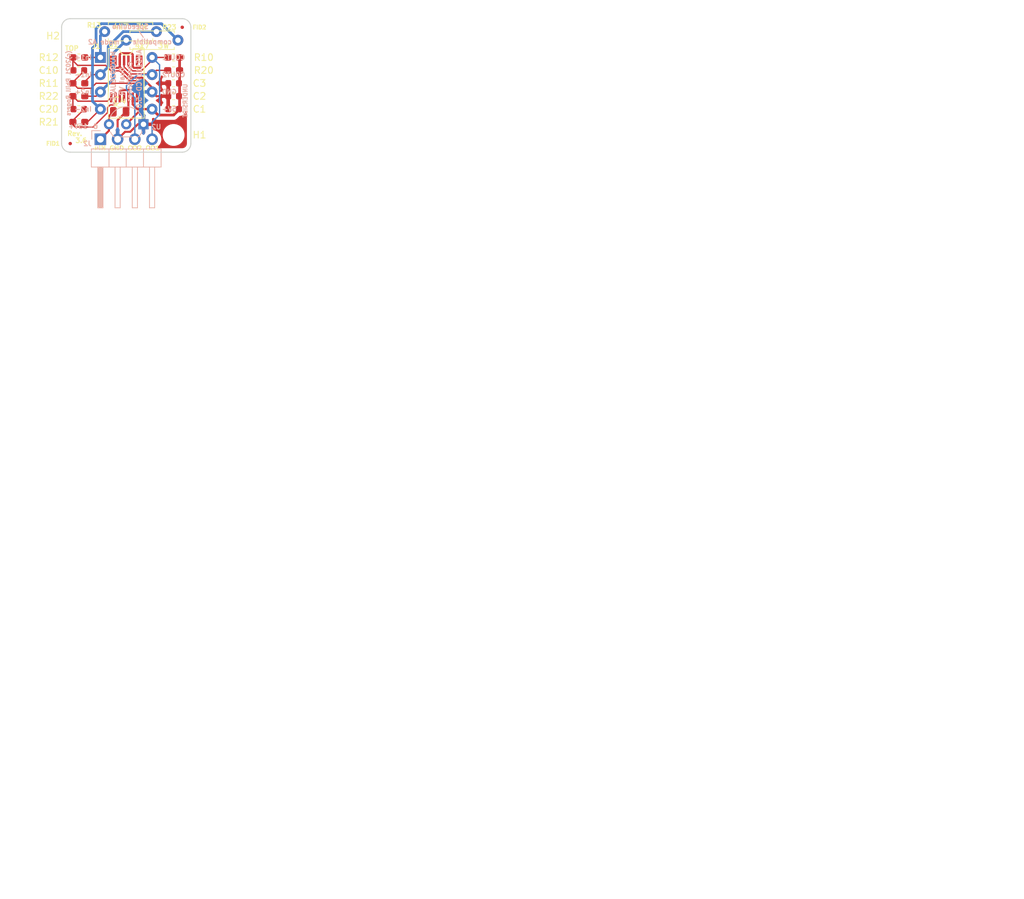
<source format=kicad_pcb>
(kicad_pcb (version 20171130) (host pcbnew "(5.1.6-0-10_14)")

  (general
    (thickness 1.6)
    (drawings 29)
    (tracks 148)
    (zones 0)
    (modules 24)
    (nets 17)
  )

  (page A4)
  (title_block
    (title "Dual Variable Reluctance MAX9926 mode A2")
    (date 2021-03-28)
    (rev 3.6)
    (company "(c)2021 Phill Rogers @ TechColab.co.je")
    (comment 1 "Optional onboard regulator or 5V direct")
    (comment 2 "Optional power resistors")
    (comment 3 "Optional edge header for breadboard etc.")
    (comment 4 "M2 mounting holes")
  )

  (layers
    (0 F.Cu signal)
    (31 B.Cu signal)
    (32 B.Adhes user)
    (33 F.Adhes user)
    (34 B.Paste user hide)
    (35 F.Paste user)
    (36 B.SilkS user)
    (37 F.SilkS user)
    (38 B.Mask user)
    (39 F.Mask user)
    (40 Dwgs.User user)
    (41 Cmts.User user)
    (44 Edge.Cuts user)
    (45 Margin user)
    (46 B.CrtYd user)
    (47 F.CrtYd user)
    (48 B.Fab user)
    (49 F.Fab user)
  )

  (setup
    (last_trace_width 0.2)
    (user_trace_width 0.2)
    (user_trace_width 0.4)
    (trace_clearance 0.2)
    (zone_clearance 0.508)
    (zone_45_only no)
    (trace_min 0.16)
    (via_size 0.6)
    (via_drill 0.3)
    (via_min_size 0.51)
    (via_min_drill 0.3)
    (uvia_size 0.3)
    (uvia_drill 0.1)
    (uvias_allowed no)
    (uvia_min_size 0.2)
    (uvia_min_drill 0.1)
    (edge_width 0.15)
    (segment_width 0.15)
    (pcb_text_width 0.3)
    (pcb_text_size 1.5 1.5)
    (mod_edge_width 0.15)
    (mod_text_size 1 1)
    (mod_text_width 0.15)
    (pad_size 4.064 4.064)
    (pad_drill 3.048)
    (pad_to_mask_clearance 0.0508)
    (aux_axis_origin 109.855 118.745)
    (grid_origin 109.855 118.745)
    (visible_elements FFFFFF7F)
    (pcbplotparams
      (layerselection 0x000ff_ffffffff)
      (usegerberextensions true)
      (usegerberattributes false)
      (usegerberadvancedattributes true)
      (creategerberjobfile true)
      (excludeedgelayer true)
      (linewidth 0.100000)
      (plotframeref false)
      (viasonmask false)
      (mode 1)
      (useauxorigin true)
      (hpglpennumber 1)
      (hpglpenspeed 20)
      (hpglpendiameter 15.000000)
      (psnegative false)
      (psa4output false)
      (plotreference true)
      (plotvalue true)
      (plotinvisibletext false)
      (padsonsilk false)
      (subtractmaskfromsilk false)
      (outputformat 1)
      (mirror false)
      (drillshape 0)
      (scaleselection 1)
      (outputdirectory ""))
  )

  (net 0 "")
  (net 1 GND)
  (net 2 VCC)
  (net 3 "Net-(C10-Pad2)")
  (net 4 "Net-(C10-Pad1)")
  (net 5 "Net-(C20-Pad2)")
  (net 6 "Net-(C20-Pad1)")
  (net 7 "Net-(J1-Pad4)")
  (net 8 "Net-(J1-Pad3)")
  (net 9 "Net-(J1-Pad2)")
  (net 10 "Net-(J1-Pad1)")
  (net 11 "Net-(U1-Pad12)")
  (net 12 "Net-(U1-Pad7)")
  (net 13 "Net-(U1-Pad2)")
  (net 14 /COUT1)
  (net 15 /COUT2)
  (net 16 +12V)

  (net_class Default "This is the default net class."
    (clearance 0.2)
    (trace_width 0.2)
    (via_dia 0.6)
    (via_drill 0.3)
    (uvia_dia 0.3)
    (uvia_drill 0.1)
    (add_net +12V)
    (add_net /COUT1)
    (add_net /COUT2)
  )

  (net_class Minimum ""
    (clearance 0.16)
    (trace_width 0.16)
    (via_dia 0.51)
    (via_drill 0.3)
    (uvia_dia 0.3)
    (uvia_drill 0.1)
    (add_net "Net-(C10-Pad1)")
    (add_net "Net-(C10-Pad2)")
    (add_net "Net-(C20-Pad1)")
    (add_net "Net-(C20-Pad2)")
    (add_net "Net-(J1-Pad1)")
    (add_net "Net-(J1-Pad2)")
    (add_net "Net-(J1-Pad3)")
    (add_net "Net-(J1-Pad4)")
    (add_net "Net-(U1-Pad12)")
    (add_net "Net-(U1-Pad2)")
    (add_net "Net-(U1-Pad7)")
  )

  (net_class power ""
    (clearance 0.2)
    (trace_width 0.3)
    (via_dia 0.6)
    (via_drill 0.3)
    (uvia_dia 0.3)
    (uvia_drill 0.1)
    (add_net GND)
    (add_net VCC)
  )

  (module Capacitor_SMD:C_0603_1608Metric (layer F.Cu) (tedit 5B301BBE) (tstamp 6030370D)
    (at 113.03 111.76 180)
    (descr "Capacitor SMD 0603 (1608 Metric), square (rectangular) end terminal, IPC_7351 nominal, (Body size source: http://www.tortai-tech.com/upload/download/2011102023233369053.pdf), generated with kicad-footprint-generator")
    (tags capacitor)
    (path /60314324)
    (attr smd)
    (fp_text reference C20 (at 4.445 0) (layer F.SilkS)
      (effects (font (size 1 1) (thickness 0.15)))
    )
    (fp_text value 1n (at 6.985 0) (layer F.Fab)
      (effects (font (size 1 1) (thickness 0.15)))
    )
    (fp_line (start -0.8 0.4) (end -0.8 -0.4) (layer F.Fab) (width 0.1))
    (fp_line (start -0.8 -0.4) (end 0.8 -0.4) (layer F.Fab) (width 0.1))
    (fp_line (start 0.8 -0.4) (end 0.8 0.4) (layer F.Fab) (width 0.1))
    (fp_line (start 0.8 0.4) (end -0.8 0.4) (layer F.Fab) (width 0.1))
    (fp_line (start -0.162779 -0.51) (end 0.162779 -0.51) (layer F.SilkS) (width 0.12))
    (fp_line (start -0.162779 0.51) (end 0.162779 0.51) (layer F.SilkS) (width 0.12))
    (fp_line (start -1.48 0.73) (end -1.48 -0.73) (layer F.CrtYd) (width 0.05))
    (fp_line (start -1.48 -0.73) (end 1.48 -0.73) (layer F.CrtYd) (width 0.05))
    (fp_line (start 1.48 -0.73) (end 1.48 0.73) (layer F.CrtYd) (width 0.05))
    (fp_line (start 1.48 0.73) (end -1.48 0.73) (layer F.CrtYd) (width 0.05))
    (fp_text user %R (at 0 0) (layer F.Fab)
      (effects (font (size 0.4 0.4) (thickness 0.06)))
    )
    (pad 2 smd roundrect (at 0.7875 0 180) (size 0.875 0.95) (layers F.Cu F.Paste F.Mask) (roundrect_rratio 0.25)
      (net 5 "Net-(C20-Pad2)"))
    (pad 1 smd roundrect (at -0.7875 0 180) (size 0.875 0.95) (layers F.Cu F.Paste F.Mask) (roundrect_rratio 0.25)
      (net 6 "Net-(C20-Pad1)"))
    (model ${KISYS3DMOD}/Capacitor_SMD.3dshapes/C_0603_1608Metric.wrl
      (at (xyz 0 0 0))
      (scale (xyz 1 1 1))
      (rotate (xyz 0 0 0))
    )
  )

  (module Capacitor_SMD:C_0603_1608Metric locked (layer F.Cu) (tedit 5B301BBE) (tstamp 603036FC)
    (at 113.03 106.045)
    (descr "Capacitor SMD 0603 (1608 Metric), square (rectangular) end terminal, IPC_7351 nominal, (Body size source: http://www.tortai-tech.com/upload/download/2011102023233369053.pdf), generated with kicad-footprint-generator")
    (tags capacitor)
    (path /603156D1)
    (attr smd)
    (fp_text reference C10 (at -4.445 0) (layer F.SilkS)
      (effects (font (size 1 1) (thickness 0.15)))
    )
    (fp_text value 1n (at -6.985 0) (layer F.Fab)
      (effects (font (size 1 1) (thickness 0.15)))
    )
    (fp_line (start -0.8 0.4) (end -0.8 -0.4) (layer F.Fab) (width 0.1))
    (fp_line (start -0.8 -0.4) (end 0.8 -0.4) (layer F.Fab) (width 0.1))
    (fp_line (start 0.8 -0.4) (end 0.8 0.4) (layer F.Fab) (width 0.1))
    (fp_line (start 0.8 0.4) (end -0.8 0.4) (layer F.Fab) (width 0.1))
    (fp_line (start -0.162779 -0.51) (end 0.162779 -0.51) (layer F.SilkS) (width 0.12))
    (fp_line (start -0.162779 0.51) (end 0.162779 0.51) (layer F.SilkS) (width 0.12))
    (fp_line (start -1.48 0.73) (end -1.48 -0.73) (layer F.CrtYd) (width 0.05))
    (fp_line (start -1.48 -0.73) (end 1.48 -0.73) (layer F.CrtYd) (width 0.05))
    (fp_line (start 1.48 -0.73) (end 1.48 0.73) (layer F.CrtYd) (width 0.05))
    (fp_line (start 1.48 0.73) (end -1.48 0.73) (layer F.CrtYd) (width 0.05))
    (fp_text user %R (at 0 0) (layer F.Fab)
      (effects (font (size 0.4 0.4) (thickness 0.06)))
    )
    (pad 2 smd roundrect (at 0.7875 0) (size 0.875 0.95) (layers F.Cu F.Paste F.Mask) (roundrect_rratio 0.25)
      (net 3 "Net-(C10-Pad2)"))
    (pad 1 smd roundrect (at -0.7875 0) (size 0.875 0.95) (layers F.Cu F.Paste F.Mask) (roundrect_rratio 0.25)
      (net 4 "Net-(C10-Pad1)"))
    (model ${KISYS3DMOD}/Capacitor_SMD.3dshapes/C_0603_1608Metric.wrl
      (at (xyz 0 0 0))
      (scale (xyz 1 1 1))
      (rotate (xyz 0 0 0))
    )
  )

  (module Capacitor_SMD:C_0805_2012Metric locked (layer F.Cu) (tedit 5B36C52B) (tstamp 60323546)
    (at 119.0475 112.15)
    (descr "Capacitor SMD 0805 (2012 Metric), square (rectangular) end terminal, IPC_7351 nominal, (Body size source: https://docs.google.com/spreadsheets/d/1BsfQQcO9C6DZCsRaXUlFlo91Tg2WpOkGARC1WS5S8t0/edit?usp=sharing), generated with kicad-footprint-generator")
    (tags capacitor)
    (path /6037FBE4)
    (attr smd)
    (fp_text reference C4 (at 0 -1.65) (layer F.SilkS)
      (effects (font (size 1 1) (thickness 0.15)))
    )
    (fp_text value 10u (at -10.4625 4.055) (layer F.Fab)
      (effects (font (size 1 1) (thickness 0.15)))
    )
    (fp_line (start -1 0.6) (end -1 -0.6) (layer F.Fab) (width 0.1))
    (fp_line (start -1 -0.6) (end 1 -0.6) (layer F.Fab) (width 0.1))
    (fp_line (start 1 -0.6) (end 1 0.6) (layer F.Fab) (width 0.1))
    (fp_line (start 1 0.6) (end -1 0.6) (layer F.Fab) (width 0.1))
    (fp_line (start -0.258578 -0.71) (end 0.258578 -0.71) (layer F.SilkS) (width 0.12))
    (fp_line (start -0.258578 0.71) (end 0.258578 0.71) (layer F.SilkS) (width 0.12))
    (fp_line (start -1.68 0.95) (end -1.68 -0.95) (layer F.CrtYd) (width 0.05))
    (fp_line (start -1.68 -0.95) (end 1.68 -0.95) (layer F.CrtYd) (width 0.05))
    (fp_line (start 1.68 -0.95) (end 1.68 0.95) (layer F.CrtYd) (width 0.05))
    (fp_line (start 1.68 0.95) (end -1.68 0.95) (layer F.CrtYd) (width 0.05))
    (fp_text user %R (at 0 0) (layer F.Fab)
      (effects (font (size 0.5 0.5) (thickness 0.08)))
    )
    (pad 2 smd roundrect (at 0.9375 0) (size 0.975 1.4) (layers F.Cu F.Paste F.Mask) (roundrect_rratio 0.25)
      (net 1 GND))
    (pad 1 smd roundrect (at -0.9375 0) (size 0.975 1.4) (layers F.Cu F.Paste F.Mask) (roundrect_rratio 0.25)
      (net 16 +12V))
    (model ${KISYS3DMOD}/Capacitor_SMD.3dshapes/C_0805_2012Metric.wrl
      (at (xyz 0 0 0))
      (scale (xyz 1 1 1))
      (rotate (xyz 0 0 0))
    )
  )

  (module Capacitor_SMD:C_0603_1608Metric locked (layer F.Cu) (tedit 5B301BBE) (tstamp 603036EB)
    (at 127 107.95 180)
    (descr "Capacitor SMD 0603 (1608 Metric), square (rectangular) end terminal, IPC_7351 nominal, (Body size source: http://www.tortai-tech.com/upload/download/2011102023233369053.pdf), generated with kicad-footprint-generator")
    (tags capacitor)
    (path /602EBADD)
    (attr smd)
    (fp_text reference C3 (at -3.81 0) (layer F.SilkS)
      (effects (font (size 1 1) (thickness 0.15)))
    )
    (fp_text value 1u (at -8.255 0) (layer F.Fab)
      (effects (font (size 1 1) (thickness 0.15)))
    )
    (fp_line (start -0.8 0.4) (end -0.8 -0.4) (layer F.Fab) (width 0.1))
    (fp_line (start -0.8 -0.4) (end 0.8 -0.4) (layer F.Fab) (width 0.1))
    (fp_line (start 0.8 -0.4) (end 0.8 0.4) (layer F.Fab) (width 0.1))
    (fp_line (start 0.8 0.4) (end -0.8 0.4) (layer F.Fab) (width 0.1))
    (fp_line (start -0.162779 -0.51) (end 0.162779 -0.51) (layer F.SilkS) (width 0.12))
    (fp_line (start -0.162779 0.51) (end 0.162779 0.51) (layer F.SilkS) (width 0.12))
    (fp_line (start -1.48 0.73) (end -1.48 -0.73) (layer F.CrtYd) (width 0.05))
    (fp_line (start -1.48 -0.73) (end 1.48 -0.73) (layer F.CrtYd) (width 0.05))
    (fp_line (start 1.48 -0.73) (end 1.48 0.73) (layer F.CrtYd) (width 0.05))
    (fp_line (start 1.48 0.73) (end -1.48 0.73) (layer F.CrtYd) (width 0.05))
    (fp_text user %R (at 0 0) (layer F.Fab)
      (effects (font (size 0.4 0.4) (thickness 0.06)))
    )
    (pad 2 smd roundrect (at 0.7875 0 180) (size 0.875 0.95) (layers F.Cu F.Paste F.Mask) (roundrect_rratio 0.25)
      (net 1 GND))
    (pad 1 smd roundrect (at -0.7875 0 180) (size 0.875 0.95) (layers F.Cu F.Paste F.Mask) (roundrect_rratio 0.25)
      (net 2 VCC))
    (model ${KISYS3DMOD}/Capacitor_SMD.3dshapes/C_0603_1608Metric.wrl
      (at (xyz 0 0 0))
      (scale (xyz 1 1 1))
      (rotate (xyz 0 0 0))
    )
  )

  (module Capacitor_SMD:C_0603_1608Metric locked (layer F.Cu) (tedit 5B301BBE) (tstamp 603036DA)
    (at 127 109.855 180)
    (descr "Capacitor SMD 0603 (1608 Metric), square (rectangular) end terminal, IPC_7351 nominal, (Body size source: http://www.tortai-tech.com/upload/download/2011102023233369053.pdf), generated with kicad-footprint-generator")
    (tags capacitor)
    (path /602EB266)
    (attr smd)
    (fp_text reference C2 (at -3.81 0) (layer F.SilkS)
      (effects (font (size 1 1) (thickness 0.15)))
    )
    (fp_text value 100n (at -7.62 0) (layer F.Fab)
      (effects (font (size 1 1) (thickness 0.15)))
    )
    (fp_line (start -0.8 0.4) (end -0.8 -0.4) (layer F.Fab) (width 0.1))
    (fp_line (start -0.8 -0.4) (end 0.8 -0.4) (layer F.Fab) (width 0.1))
    (fp_line (start 0.8 -0.4) (end 0.8 0.4) (layer F.Fab) (width 0.1))
    (fp_line (start 0.8 0.4) (end -0.8 0.4) (layer F.Fab) (width 0.1))
    (fp_line (start -0.162779 -0.51) (end 0.162779 -0.51) (layer F.SilkS) (width 0.12))
    (fp_line (start -0.162779 0.51) (end 0.162779 0.51) (layer F.SilkS) (width 0.12))
    (fp_line (start -1.48 0.73) (end -1.48 -0.73) (layer F.CrtYd) (width 0.05))
    (fp_line (start -1.48 -0.73) (end 1.48 -0.73) (layer F.CrtYd) (width 0.05))
    (fp_line (start 1.48 -0.73) (end 1.48 0.73) (layer F.CrtYd) (width 0.05))
    (fp_line (start 1.48 0.73) (end -1.48 0.73) (layer F.CrtYd) (width 0.05))
    (fp_text user %R (at 0 0) (layer F.Fab)
      (effects (font (size 0.4 0.4) (thickness 0.06)))
    )
    (pad 2 smd roundrect (at 0.7875 0 180) (size 0.875 0.95) (layers F.Cu F.Paste F.Mask) (roundrect_rratio 0.25)
      (net 1 GND))
    (pad 1 smd roundrect (at -0.7875 0 180) (size 0.875 0.95) (layers F.Cu F.Paste F.Mask) (roundrect_rratio 0.25)
      (net 2 VCC))
    (model ${KISYS3DMOD}/Capacitor_SMD.3dshapes/C_0603_1608Metric.wrl
      (at (xyz 0 0 0))
      (scale (xyz 1 1 1))
      (rotate (xyz 0 0 0))
    )
  )

  (module Capacitor_SMD:C_0603_1608Metric locked (layer F.Cu) (tedit 5B301BBE) (tstamp 603036C9)
    (at 127 111.76 180)
    (descr "Capacitor SMD 0603 (1608 Metric), square (rectangular) end terminal, IPC_7351 nominal, (Body size source: http://www.tortai-tech.com/upload/download/2011102023233369053.pdf), generated with kicad-footprint-generator")
    (tags capacitor)
    (path /602DCA31)
    (attr smd)
    (fp_text reference C1 (at -3.81 0) (layer F.SilkS)
      (effects (font (size 1 1) (thickness 0.15)))
    )
    (fp_text value 10n (at -7.62 0) (layer F.Fab)
      (effects (font (size 1 1) (thickness 0.15)))
    )
    (fp_line (start -0.8 0.4) (end -0.8 -0.4) (layer F.Fab) (width 0.1))
    (fp_line (start -0.8 -0.4) (end 0.8 -0.4) (layer F.Fab) (width 0.1))
    (fp_line (start 0.8 -0.4) (end 0.8 0.4) (layer F.Fab) (width 0.1))
    (fp_line (start 0.8 0.4) (end -0.8 0.4) (layer F.Fab) (width 0.1))
    (fp_line (start -0.162779 -0.51) (end 0.162779 -0.51) (layer F.SilkS) (width 0.12))
    (fp_line (start -0.162779 0.51) (end 0.162779 0.51) (layer F.SilkS) (width 0.12))
    (fp_line (start -1.48 0.73) (end -1.48 -0.73) (layer F.CrtYd) (width 0.05))
    (fp_line (start -1.48 -0.73) (end 1.48 -0.73) (layer F.CrtYd) (width 0.05))
    (fp_line (start 1.48 -0.73) (end 1.48 0.73) (layer F.CrtYd) (width 0.05))
    (fp_line (start 1.48 0.73) (end -1.48 0.73) (layer F.CrtYd) (width 0.05))
    (fp_text user %R (at 0 0) (layer F.Fab)
      (effects (font (size 0.4 0.4) (thickness 0.06)))
    )
    (pad 2 smd roundrect (at 0.7875 0 180) (size 0.875 0.95) (layers F.Cu F.Paste F.Mask) (roundrect_rratio 0.25)
      (net 1 GND))
    (pad 1 smd roundrect (at -0.7875 0 180) (size 0.875 0.95) (layers F.Cu F.Paste F.Mask) (roundrect_rratio 0.25)
      (net 2 VCC))
    (model ${KISYS3DMOD}/Capacitor_SMD.3dshapes/C_0603_1608Metric.wrl
      (at (xyz 0 0 0))
      (scale (xyz 1 1 1))
      (rotate (xyz 0 0 0))
    )
  )

  (module "" (layer F.Cu) (tedit 0) (tstamp 603249C6)
    (at 135.89 111.76)
    (fp_text reference "" (at 116.205 116.205) (layer F.SilkS)
      (effects (font (size 1.27 1.27) (thickness 0.15)))
    )
    (fp_text value "" (at 116.205 116.205) (layer F.SilkS)
      (effects (font (size 1.27 1.27) (thickness 0.15)))
    )
  )

  (module "" (layer F.Cu) (tedit 0) (tstamp 0)
    (at 120.65 107.95)
    (fp_text reference "" (at 116.205 116.205) (layer F.SilkS)
      (effects (font (size 1.27 1.27) (thickness 0.15)))
    )
    (fp_text value "" (at 116.205 116.205) (layer F.SilkS)
      (effects (font (size 1.27 1.27) (thickness 0.15)))
    )
  )

  (module Connector_PinHeader_2.54mm:PinHeader_1x04_P2.54mm_Horizontal locked (layer B.Cu) (tedit 59FED5CB) (tstamp 60325792)
    (at 116.205 116.205 270)
    (descr "Through hole angled pin header, 1x04, 2.54mm pitch, 6mm pin length, single row")
    (tags "Through hole angled pin header THT 1x04 2.54mm single row")
    (path /603276E3)
    (fp_text reference J2 (at 0.635 1.905) (layer B.SilkS)
      (effects (font (size 0.7 0.7) (thickness 0.15)) (justify mirror))
    )
    (fp_text value Edge (at 4.385 -9.89 270) (layer B.Fab)
      (effects (font (size 1 1) (thickness 0.15)) (justify mirror))
    )
    (fp_line (start 10.55 1.8) (end -1.8 1.8) (layer B.CrtYd) (width 0.05))
    (fp_line (start 10.55 -9.4) (end 10.55 1.8) (layer B.CrtYd) (width 0.05))
    (fp_line (start -1.8 -9.4) (end 10.55 -9.4) (layer B.CrtYd) (width 0.05))
    (fp_line (start -1.8 1.8) (end -1.8 -9.4) (layer B.CrtYd) (width 0.05))
    (fp_line (start -1.27 1.27) (end 0 1.27) (layer B.SilkS) (width 0.12))
    (fp_line (start -1.27 0) (end -1.27 1.27) (layer B.SilkS) (width 0.12))
    (fp_line (start 1.042929 -8) (end 1.44 -8) (layer B.SilkS) (width 0.12))
    (fp_line (start 1.042929 -7.24) (end 1.44 -7.24) (layer B.SilkS) (width 0.12))
    (fp_line (start 10.1 -8) (end 4.1 -8) (layer B.SilkS) (width 0.12))
    (fp_line (start 10.1 -7.24) (end 10.1 -8) (layer B.SilkS) (width 0.12))
    (fp_line (start 4.1 -7.24) (end 10.1 -7.24) (layer B.SilkS) (width 0.12))
    (fp_line (start 1.44 -6.35) (end 4.1 -6.35) (layer B.SilkS) (width 0.12))
    (fp_line (start 1.042929 -5.46) (end 1.44 -5.46) (layer B.SilkS) (width 0.12))
    (fp_line (start 1.042929 -4.7) (end 1.44 -4.7) (layer B.SilkS) (width 0.12))
    (fp_line (start 10.1 -5.46) (end 4.1 -5.46) (layer B.SilkS) (width 0.12))
    (fp_line (start 10.1 -4.7) (end 10.1 -5.46) (layer B.SilkS) (width 0.12))
    (fp_line (start 4.1 -4.7) (end 10.1 -4.7) (layer B.SilkS) (width 0.12))
    (fp_line (start 1.44 -3.81) (end 4.1 -3.81) (layer B.SilkS) (width 0.12))
    (fp_line (start 1.042929 -2.92) (end 1.44 -2.92) (layer B.SilkS) (width 0.12))
    (fp_line (start 1.042929 -2.16) (end 1.44 -2.16) (layer B.SilkS) (width 0.12))
    (fp_line (start 10.1 -2.92) (end 4.1 -2.92) (layer B.SilkS) (width 0.12))
    (fp_line (start 10.1 -2.16) (end 10.1 -2.92) (layer B.SilkS) (width 0.12))
    (fp_line (start 4.1 -2.16) (end 10.1 -2.16) (layer B.SilkS) (width 0.12))
    (fp_line (start 1.44 -1.27) (end 4.1 -1.27) (layer B.SilkS) (width 0.12))
    (fp_line (start 1.11 -0.38) (end 1.44 -0.38) (layer B.SilkS) (width 0.12))
    (fp_line (start 1.11 0.38) (end 1.44 0.38) (layer B.SilkS) (width 0.12))
    (fp_line (start 4.1 -0.28) (end 10.1 -0.28) (layer B.SilkS) (width 0.12))
    (fp_line (start 4.1 -0.16) (end 10.1 -0.16) (layer B.SilkS) (width 0.12))
    (fp_line (start 4.1 -0.04) (end 10.1 -0.04) (layer B.SilkS) (width 0.12))
    (fp_line (start 4.1 0.08) (end 10.1 0.08) (layer B.SilkS) (width 0.12))
    (fp_line (start 4.1 0.2) (end 10.1 0.2) (layer B.SilkS) (width 0.12))
    (fp_line (start 4.1 0.32) (end 10.1 0.32) (layer B.SilkS) (width 0.12))
    (fp_line (start 10.1 -0.38) (end 4.1 -0.38) (layer B.SilkS) (width 0.12))
    (fp_line (start 10.1 0.38) (end 10.1 -0.38) (layer B.SilkS) (width 0.12))
    (fp_line (start 4.1 0.38) (end 10.1 0.38) (layer B.SilkS) (width 0.12))
    (fp_line (start 4.1 1.33) (end 1.44 1.33) (layer B.SilkS) (width 0.12))
    (fp_line (start 4.1 -8.95) (end 4.1 1.33) (layer B.SilkS) (width 0.12))
    (fp_line (start 1.44 -8.95) (end 4.1 -8.95) (layer B.SilkS) (width 0.12))
    (fp_line (start 1.44 1.33) (end 1.44 -8.95) (layer B.SilkS) (width 0.12))
    (fp_line (start 4.04 -7.94) (end 10.04 -7.94) (layer B.Fab) (width 0.1))
    (fp_line (start 10.04 -7.3) (end 10.04 -7.94) (layer B.Fab) (width 0.1))
    (fp_line (start 4.04 -7.3) (end 10.04 -7.3) (layer B.Fab) (width 0.1))
    (fp_line (start -0.32 -7.94) (end 1.5 -7.94) (layer B.Fab) (width 0.1))
    (fp_line (start -0.32 -7.3) (end -0.32 -7.94) (layer B.Fab) (width 0.1))
    (fp_line (start -0.32 -7.3) (end 1.5 -7.3) (layer B.Fab) (width 0.1))
    (fp_line (start 4.04 -5.4) (end 10.04 -5.4) (layer B.Fab) (width 0.1))
    (fp_line (start 10.04 -4.76) (end 10.04 -5.4) (layer B.Fab) (width 0.1))
    (fp_line (start 4.04 -4.76) (end 10.04 -4.76) (layer B.Fab) (width 0.1))
    (fp_line (start -0.32 -5.4) (end 1.5 -5.4) (layer B.Fab) (width 0.1))
    (fp_line (start -0.32 -4.76) (end -0.32 -5.4) (layer B.Fab) (width 0.1))
    (fp_line (start -0.32 -4.76) (end 1.5 -4.76) (layer B.Fab) (width 0.1))
    (fp_line (start 4.04 -2.86) (end 10.04 -2.86) (layer B.Fab) (width 0.1))
    (fp_line (start 10.04 -2.22) (end 10.04 -2.86) (layer B.Fab) (width 0.1))
    (fp_line (start 4.04 -2.22) (end 10.04 -2.22) (layer B.Fab) (width 0.1))
    (fp_line (start -0.32 -2.86) (end 1.5 -2.86) (layer B.Fab) (width 0.1))
    (fp_line (start -0.32 -2.22) (end -0.32 -2.86) (layer B.Fab) (width 0.1))
    (fp_line (start -0.32 -2.22) (end 1.5 -2.22) (layer B.Fab) (width 0.1))
    (fp_line (start 4.04 -0.32) (end 10.04 -0.32) (layer B.Fab) (width 0.1))
    (fp_line (start 10.04 0.32) (end 10.04 -0.32) (layer B.Fab) (width 0.1))
    (fp_line (start 4.04 0.32) (end 10.04 0.32) (layer B.Fab) (width 0.1))
    (fp_line (start -0.32 -0.32) (end 1.5 -0.32) (layer B.Fab) (width 0.1))
    (fp_line (start -0.32 0.32) (end -0.32 -0.32) (layer B.Fab) (width 0.1))
    (fp_line (start -0.32 0.32) (end 1.5 0.32) (layer B.Fab) (width 0.1))
    (fp_line (start 1.5 0.635) (end 2.135 1.27) (layer B.Fab) (width 0.1))
    (fp_line (start 1.5 -8.89) (end 1.5 0.635) (layer B.Fab) (width 0.1))
    (fp_line (start 4.04 -8.89) (end 1.5 -8.89) (layer B.Fab) (width 0.1))
    (fp_line (start 4.04 1.27) (end 4.04 -8.89) (layer B.Fab) (width 0.1))
    (fp_line (start 2.135 1.27) (end 4.04 1.27) (layer B.Fab) (width 0.1))
    (fp_text user %R (at 2.77 -3.81) (layer B.Fab)
      (effects (font (size 1 1) (thickness 0.15)) (justify mirror))
    )
    (pad 4 thru_hole oval (at 0 -7.62 270) (size 1.7 1.7) (drill 1) (layers *.Cu *.Mask)
      (net 14 /COUT1))
    (pad 3 thru_hole oval (at 0 -5.08 270) (size 1.7 1.7) (drill 1) (layers *.Cu *.Mask)
      (net 15 /COUT2))
    (pad 2 thru_hole oval (at 0 -2.54 270) (size 1.7 1.7) (drill 1) (layers *.Cu *.Mask)
      (net 1 GND))
    (pad 1 thru_hole rect (at 0 0 270) (size 1.7 1.7) (drill 1) (layers *.Cu *.Mask)
      (net 16 +12V))
    (model ${KISYS3DMOD}/Connector_PinHeader_2.54mm.3dshapes/PinHeader_1x04_P2.54mm_Horizontal.wrl
      (at (xyz 0 0 0))
      (scale (xyz 1 1 1))
      (rotate (xyz 0 0 0))
    )
  )

  (module Package_TO_SOT_THT:TO-92_Inline_Wide locked (layer B.Cu) (tedit 5A02FF81) (tstamp 603244CC)
    (at 122.555 114 180)
    (descr "TO-92 leads in-line, wide, drill 0.75mm (see NXP sot054_po.pdf)")
    (tags "to-92 sc-43 sc-43a sot54 PA33 transistor")
    (path /60325A8A)
    (fp_text reference U2 (at -1.886822 -0.389805) (layer B.SilkS)
      (effects (font (size 0.7 0.7) (thickness 0.15)) (justify mirror))
    )
    (fp_text value AMS1117CD-5.0 (at -13.335 0.335) (layer B.Fab)
      (effects (font (size 1 1) (thickness 0.15)) (justify mirror))
    )
    (fp_line (start 6.09 -2.01) (end -1.01 -2.01) (layer B.CrtYd) (width 0.05))
    (fp_line (start 6.09 -2.01) (end 6.09 2.73) (layer B.CrtYd) (width 0.05))
    (fp_line (start -1.01 2.73) (end -1.01 -2.01) (layer B.CrtYd) (width 0.05))
    (fp_line (start -1.01 2.73) (end 6.09 2.73) (layer B.CrtYd) (width 0.05))
    (fp_line (start 0.8 -1.75) (end 4.3 -1.75) (layer B.Fab) (width 0.1))
    (fp_line (start 0.74 -1.85) (end 4.34 -1.85) (layer B.SilkS) (width 0.12))
    (fp_arc (start 2.54 0) (end 4.34 -1.85) (angle 20) (layer B.SilkS) (width 0.12))
    (fp_arc (start 2.54 0) (end 2.54 2.48) (angle 135) (layer B.Fab) (width 0.1))
    (fp_arc (start 2.54 0) (end 2.54 2.48) (angle -135) (layer B.Fab) (width 0.1))
    (fp_arc (start 2.54 0) (end 2.54 2.6) (angle -65) (layer B.SilkS) (width 0.12))
    (fp_arc (start 2.54 0) (end 2.54 2.6) (angle 65) (layer B.SilkS) (width 0.12))
    (fp_arc (start 2.54 0) (end 0.74 -1.85) (angle -20) (layer B.SilkS) (width 0.12))
    (fp_text user %R (at 6.985 -0.3) (layer B.Fab)
      (effects (font (size 1 1) (thickness 0.15)) (justify mirror))
    )
    (pad 1 thru_hole rect (at 0 0 90) (size 1.5 1.5) (drill 0.8) (layers *.Cu *.Mask)
      (net 1 GND))
    (pad 3 thru_hole circle (at 5.08 0 90) (size 1.5 1.5) (drill 0.8) (layers *.Cu *.Mask)
      (net 16 +12V))
    (pad 2 thru_hole circle (at 2.54 0 90) (size 1.5 1.5) (drill 0.8) (layers *.Cu *.Mask)
      (net 2 VCC))
    (model ${KISYS3DMOD}/Package_TO_SOT_THT.3dshapes/TO-92_Inline_Wide.wrl
      (at (xyz 0 0 0))
      (scale (xyz 1 1 1))
      (rotate (xyz 0 0 0))
    )
  )

  (module MountingHole:MountingHole_2.2mm_M2 (layer F.Cu) (tedit 56D1B4CB) (tstamp 6030DAE3)
    (at 113.03 100.965)
    (descr "Mounting Hole 2.2mm, no annular, M2")
    (tags "mounting hole 2.2mm no annular m2")
    (path /603785C5)
    (attr virtual)
    (fp_text reference H2 (at -3.81 0) (layer F.SilkS)
      (effects (font (size 1 1) (thickness 0.15)))
    )
    (fp_text value MountingHole (at -3.81 -3.175) (layer F.Fab)
      (effects (font (size 1 1) (thickness 0.15)))
    )
    (fp_circle (center 0 0) (end 2.45 0) (layer F.CrtYd) (width 0.05))
    (fp_circle (center 0 0) (end 2.2 0) (layer Cmts.User) (width 0.15))
    (fp_text user %R (at 0.3 0) (layer F.Fab)
      (effects (font (size 1 1) (thickness 0.15)))
    )
    (pad 1 np_thru_hole circle (at 0 0) (size 2.2 2.2) (drill 2.2) (layers *.Cu *.Mask))
  )

  (module MountingHole:MountingHole_2.2mm_M2 (layer F.Cu) (tedit 56D1B4CB) (tstamp 6030DADB)
    (at 127 115.57)
    (descr "Mounting Hole 2.2mm, no annular, M2")
    (tags "mounting hole 2.2mm no annular m2")
    (path /6037799D)
    (attr virtual)
    (fp_text reference H1 (at 3.81 0) (layer F.SilkS)
      (effects (font (size 1 1) (thickness 0.15)))
    )
    (fp_text value MountingHole (at 5.08 3.175) (layer F.Fab)
      (effects (font (size 1 1) (thickness 0.15)))
    )
    (fp_circle (center 0 0) (end 2.45 0) (layer F.CrtYd) (width 0.05))
    (fp_circle (center 0 0) (end 2.2 0) (layer Cmts.User) (width 0.15))
    (fp_text user %R (at 0.3 0) (layer F.Fab)
      (effects (font (size 1 1) (thickness 0.15)))
    )
    (pad 1 np_thru_hole circle (at 0 0) (size 2.2 2.2) (drill 2.2) (layers *.Cu *.Mask))
  )

  (module Resistor_SMD:R_0603_1608Metric_Pad1.05x0.95mm_HandSolder locked (layer F.Cu) (tedit 5B301BBD) (tstamp 603037E2)
    (at 113.03 109.855)
    (descr "Resistor SMD 0603 (1608 Metric), square (rectangular) end terminal, IPC_7351 nominal with elongated pad for handsoldering. (Body size source: http://www.tortai-tech.com/upload/download/2011102023233369053.pdf), generated with kicad-footprint-generator")
    (tags "resistor handsolder")
    (path /603198B2)
    (attr smd)
    (fp_text reference R22 (at -4.445 0) (layer F.SilkS)
      (effects (font (size 1 1) (thickness 0.15)))
    )
    (fp_text value 10k (at -7.62 0) (layer F.Fab)
      (effects (font (size 1 1) (thickness 0.15)))
    )
    (fp_line (start 1.65 0.73) (end -1.65 0.73) (layer F.CrtYd) (width 0.05))
    (fp_line (start 1.65 -0.73) (end 1.65 0.73) (layer F.CrtYd) (width 0.05))
    (fp_line (start -1.65 -0.73) (end 1.65 -0.73) (layer F.CrtYd) (width 0.05))
    (fp_line (start -1.65 0.73) (end -1.65 -0.73) (layer F.CrtYd) (width 0.05))
    (fp_line (start -0.171267 0.51) (end 0.171267 0.51) (layer F.SilkS) (width 0.12))
    (fp_line (start -0.171267 -0.51) (end 0.171267 -0.51) (layer F.SilkS) (width 0.12))
    (fp_line (start 0.8 0.4) (end -0.8 0.4) (layer F.Fab) (width 0.1))
    (fp_line (start 0.8 -0.4) (end 0.8 0.4) (layer F.Fab) (width 0.1))
    (fp_line (start -0.8 -0.4) (end 0.8 -0.4) (layer F.Fab) (width 0.1))
    (fp_line (start -0.8 0.4) (end -0.8 -0.4) (layer F.Fab) (width 0.1))
    (fp_text user %R (at 0 0) (layer F.Fab)
      (effects (font (size 0.4 0.4) (thickness 0.06)))
    )
    (pad 2 smd roundrect (at 0.875 0) (size 1.05 0.95) (layers F.Cu F.Paste F.Mask) (roundrect_rratio 0.25)
      (net 8 "Net-(J1-Pad3)"))
    (pad 1 smd roundrect (at -0.875 0) (size 1.05 0.95) (layers F.Cu F.Paste F.Mask) (roundrect_rratio 0.25)
      (net 5 "Net-(C20-Pad2)"))
    (model ${KISYS3DMOD}/Resistor_SMD.3dshapes/R_0603_1608Metric.wrl
      (at (xyz 0 0 0))
      (scale (xyz 1 1 1))
      (rotate (xyz 0 0 0))
    )
  )

  (module Resistor_THT:R_Axial_DIN0207_L6.3mm_D2.5mm_P7.62mm_Horizontal locked (layer F.Cu) (tedit 5AE5139B) (tstamp 603037F7)
    (at 120.015 101.6)
    (descr "Resistor, Axial_DIN0207 series, Axial, Horizontal, pin pitch=7.62mm, 0.25W = 1/4W, length*diameter=6.3*2.5mm^2, http://cdn-reichelt.de/documents/datenblatt/B400/1_4W%23YAG.pdf")
    (tags "Resistor Axial_DIN0207 series Axial Horizontal pin pitch 7.62mm 0.25W = 1/4W length 6.3mm diameter 2.5mm")
    (path /6032659E)
    (fp_text reference R23 (at 6.35 -1.905) (layer F.SilkS)
      (effects (font (size 0.7 0.7) (thickness 0.15)))
    )
    (fp_text value 4.7k (at 13.335 -0.635) (layer F.Fab)
      (effects (font (size 1 1) (thickness 0.15)))
    )
    (fp_line (start 8.67 -1.5) (end -1.05 -1.5) (layer F.CrtYd) (width 0.05))
    (fp_line (start 8.67 1.5) (end 8.67 -1.5) (layer F.CrtYd) (width 0.05))
    (fp_line (start -1.05 1.5) (end 8.67 1.5) (layer F.CrtYd) (width 0.05))
    (fp_line (start -1.05 -1.5) (end -1.05 1.5) (layer F.CrtYd) (width 0.05))
    (fp_line (start 7.08 1.37) (end 7.08 1.04) (layer F.SilkS) (width 0.12))
    (fp_line (start 0.54 1.37) (end 7.08 1.37) (layer F.SilkS) (width 0.12))
    (fp_line (start 0.54 1.04) (end 0.54 1.37) (layer F.SilkS) (width 0.12))
    (fp_line (start 7.08 -1.37) (end 7.08 -1.04) (layer F.SilkS) (width 0.12))
    (fp_line (start 0.54 -1.37) (end 7.08 -1.37) (layer F.SilkS) (width 0.12))
    (fp_line (start 0.54 -1.04) (end 0.54 -1.37) (layer F.SilkS) (width 0.12))
    (fp_line (start 7.62 0) (end 6.96 0) (layer F.Fab) (width 0.1))
    (fp_line (start 0 0) (end 0.66 0) (layer F.Fab) (width 0.1))
    (fp_line (start 6.96 -1.25) (end 0.66 -1.25) (layer F.Fab) (width 0.1))
    (fp_line (start 6.96 1.25) (end 6.96 -1.25) (layer F.Fab) (width 0.1))
    (fp_line (start 0.66 1.25) (end 6.96 1.25) (layer F.Fab) (width 0.1))
    (fp_line (start 0.66 -1.25) (end 0.66 1.25) (layer F.Fab) (width 0.1))
    (fp_text user %R (at 10.795 0.635) (layer F.Fab)
      (effects (font (size 1 1) (thickness 0.15)))
    )
    (pad 2 thru_hole oval (at 7.62 0) (size 1.6 1.6) (drill 0.8) (layers *.Cu *.Mask)
      (net 7 "Net-(J1-Pad4)"))
    (pad 1 thru_hole circle (at 0 0) (size 1.6 1.6) (drill 0.8) (layers *.Cu *.Mask)
      (net 8 "Net-(J1-Pad3)"))
    (model ${KISYS3DMOD}/Resistor_THT.3dshapes/R_Axial_DIN0207_L6.3mm_D2.5mm_P7.62mm_Horizontal.wrl
      (at (xyz 0 0 0))
      (scale (xyz 1 1 1))
      (rotate (xyz 0 0 0))
    )
  )

  (module Resistor_THT:R_Axial_DIN0207_L6.3mm_D2.5mm_P7.62mm_Horizontal locked (layer F.Cu) (tedit 5AE5139B) (tstamp 603037AF)
    (at 116.84 100.33)
    (descr "Resistor, Axial_DIN0207 series, Axial, Horizontal, pin pitch=7.62mm, 0.25W = 1/4W, length*diameter=6.3*2.5mm^2, http://cdn-reichelt.de/documents/datenblatt/B400/1_4W%23YAG.pdf")
    (tags "Resistor Axial_DIN0207 series Axial Horizontal pin pitch 7.62mm 0.25W = 1/4W length 6.3mm diameter 2.5mm")
    (path /6032AC19)
    (fp_text reference R13 (at -1.567718 -0.950469) (layer F.SilkS)
      (effects (font (size 0.7 0.7) (thickness 0.15)))
    )
    (fp_text value 4.7k (at 3.175 -3.81) (layer F.Fab)
      (effects (font (size 1 1) (thickness 0.15)))
    )
    (fp_line (start 8.67 -1.5) (end -1.05 -1.5) (layer F.CrtYd) (width 0.05))
    (fp_line (start 8.67 1.5) (end 8.67 -1.5) (layer F.CrtYd) (width 0.05))
    (fp_line (start -1.05 1.5) (end 8.67 1.5) (layer F.CrtYd) (width 0.05))
    (fp_line (start -1.05 -1.5) (end -1.05 1.5) (layer F.CrtYd) (width 0.05))
    (fp_line (start 7.08 1.37) (end 7.08 1.04) (layer F.SilkS) (width 0.12))
    (fp_line (start 0.54 1.37) (end 7.08 1.37) (layer F.SilkS) (width 0.12))
    (fp_line (start 0.54 1.04) (end 0.54 1.37) (layer F.SilkS) (width 0.12))
    (fp_line (start 7.08 -1.37) (end 7.08 -1.04) (layer F.SilkS) (width 0.12))
    (fp_line (start 0.54 -1.37) (end 7.08 -1.37) (layer F.SilkS) (width 0.12))
    (fp_line (start 0.54 -1.04) (end 0.54 -1.37) (layer F.SilkS) (width 0.12))
    (fp_line (start 7.62 0) (end 6.96 0) (layer F.Fab) (width 0.1))
    (fp_line (start 0 0) (end 0.66 0) (layer F.Fab) (width 0.1))
    (fp_line (start 6.96 -1.25) (end 0.66 -1.25) (layer F.Fab) (width 0.1))
    (fp_line (start 6.96 1.25) (end 6.96 -1.25) (layer F.Fab) (width 0.1))
    (fp_line (start 0.66 1.25) (end 6.96 1.25) (layer F.Fab) (width 0.1))
    (fp_line (start 0.66 -1.25) (end 0.66 1.25) (layer F.Fab) (width 0.1))
    (fp_text user %R (at 0.635 -2.54) (layer F.Fab)
      (effects (font (size 1 1) (thickness 0.15)))
    )
    (pad 2 thru_hole oval (at 7.62 0) (size 1.6 1.6) (drill 0.8) (layers *.Cu *.Mask)
      (net 9 "Net-(J1-Pad2)"))
    (pad 1 thru_hole circle (at 0 0) (size 1.6 1.6) (drill 0.8) (layers *.Cu *.Mask)
      (net 10 "Net-(J1-Pad1)"))
    (model ${KISYS3DMOD}/Resistor_THT.3dshapes/R_Axial_DIN0207_L6.3mm_D2.5mm_P7.62mm_Horizontal.wrl
      (at (xyz 0 0 0))
      (scale (xyz 1 1 1))
      (rotate (xyz 0 0 0))
    )
  )

  (module MAX9926UAEE+:MAX9926UAEE&plus_ locked (layer F.Cu) (tedit 0) (tstamp 60305296)
    (at 120.015 107.315 270)
    (path /602DAA0C)
    (fp_text reference U1 (at -5.08 1.905 180) (layer F.SilkS)
      (effects (font (size 0.7 0.7) (thickness 0.15)))
    )
    (fp_text value MAX9926UAEE+ (at 0 1.905 90) (layer B.SilkS)
      (effects (font (size 0.7 0.7) (thickness 0.15)) (justify mirror))
    )
    (fp_line (start -2.2479 2.6539) (end -3.702799 2.6539) (layer F.CrtYd) (width 0.1524))
    (fp_line (start -2.2479 2.7432) (end -2.2479 2.6539) (layer F.CrtYd) (width 0.1524))
    (fp_line (start 2.2479 2.7432) (end -2.2479 2.7432) (layer F.CrtYd) (width 0.1524))
    (fp_line (start 2.2479 2.6539) (end 2.2479 2.7432) (layer F.CrtYd) (width 0.1524))
    (fp_line (start 3.702799 2.6539) (end 2.2479 2.6539) (layer F.CrtYd) (width 0.1524))
    (fp_line (start 3.702799 -2.6539) (end 3.702799 2.6539) (layer F.CrtYd) (width 0.1524))
    (fp_line (start 2.2479 -2.6539) (end 3.702799 -2.6539) (layer F.CrtYd) (width 0.1524))
    (fp_line (start 2.2479 -2.7432) (end 2.2479 -2.6539) (layer F.CrtYd) (width 0.1524))
    (fp_line (start -2.2479 -2.7432) (end 2.2479 -2.7432) (layer F.CrtYd) (width 0.1524))
    (fp_line (start -2.2479 -2.6539) (end -2.2479 -2.7432) (layer F.CrtYd) (width 0.1524))
    (fp_line (start -3.702799 -2.6539) (end -2.2479 -2.6539) (layer F.CrtYd) (width 0.1524))
    (fp_line (start -3.702799 2.6539) (end -3.702799 -2.6539) (layer F.CrtYd) (width 0.1524))
    (fp_line (start 3.702799 1.397) (end 3.956799 1.397) (layer F.SilkS) (width 0.1524))
    (fp_line (start 3.702799 1.778) (end 3.702799 1.397) (layer F.SilkS) (width 0.1524))
    (fp_line (start 3.956799 1.778) (end 3.702799 1.778) (layer F.SilkS) (width 0.1524))
    (fp_line (start 3.956799 1.397) (end 3.956799 1.778) (layer F.SilkS) (width 0.1524))
    (fp_line (start -1.9939 -2.4892) (end -1.9939 2.4892) (layer F.Fab) (width 0.1524))
    (fp_line (start 1.9939 -2.4892) (end -1.9939 -2.4892) (layer F.Fab) (width 0.1524))
    (fp_line (start 1.9939 2.4892) (end 1.9939 -2.4892) (layer F.Fab) (width 0.1524))
    (fp_line (start -1.9939 2.4892) (end 1.9939 2.4892) (layer F.Fab) (width 0.1524))
    (fp_line (start 1.741055 -2.6162) (end -1.741055 -2.6162) (layer F.SilkS) (width 0.1524))
    (fp_line (start -1.741055 2.6162) (end 1.741055 2.6162) (layer F.SilkS) (width 0.1524))
    (fp_line (start 3.0988 -2.3749) (end 1.9939 -2.3749) (layer F.Fab) (width 0.1524))
    (fp_line (start 3.0988 -2.0701) (end 3.0988 -2.3749) (layer F.Fab) (width 0.1524))
    (fp_line (start 1.9939 -2.0701) (end 3.0988 -2.0701) (layer F.Fab) (width 0.1524))
    (fp_line (start 1.9939 -2.3749) (end 1.9939 -2.0701) (layer F.Fab) (width 0.1524))
    (fp_line (start 3.0988 -1.7399) (end 1.9939 -1.7399) (layer F.Fab) (width 0.1524))
    (fp_line (start 3.0988 -1.4351) (end 3.0988 -1.7399) (layer F.Fab) (width 0.1524))
    (fp_line (start 1.9939 -1.4351) (end 3.0988 -1.4351) (layer F.Fab) (width 0.1524))
    (fp_line (start 1.9939 -1.7399) (end 1.9939 -1.4351) (layer F.Fab) (width 0.1524))
    (fp_line (start 3.0988 -1.1049) (end 1.9939 -1.1049) (layer F.Fab) (width 0.1524))
    (fp_line (start 3.0988 -0.8001) (end 3.0988 -1.1049) (layer F.Fab) (width 0.1524))
    (fp_line (start 1.9939 -0.8001) (end 3.0988 -0.8001) (layer F.Fab) (width 0.1524))
    (fp_line (start 1.9939 -1.1049) (end 1.9939 -0.8001) (layer F.Fab) (width 0.1524))
    (fp_line (start 3.0988 -0.4699) (end 1.9939 -0.4699) (layer F.Fab) (width 0.1524))
    (fp_line (start 3.0988 -0.1651) (end 3.0988 -0.4699) (layer F.Fab) (width 0.1524))
    (fp_line (start 1.9939 -0.1651) (end 3.0988 -0.1651) (layer F.Fab) (width 0.1524))
    (fp_line (start 1.9939 -0.4699) (end 1.9939 -0.1651) (layer F.Fab) (width 0.1524))
    (fp_line (start 3.0988 0.1651) (end 1.9939 0.1651) (layer F.Fab) (width 0.1524))
    (fp_line (start 3.0988 0.4699) (end 3.0988 0.1651) (layer F.Fab) (width 0.1524))
    (fp_line (start 1.9939 0.4699) (end 3.0988 0.4699) (layer F.Fab) (width 0.1524))
    (fp_line (start 1.9939 0.1651) (end 1.9939 0.4699) (layer F.Fab) (width 0.1524))
    (fp_line (start 3.0988 0.8001) (end 1.9939 0.8001) (layer F.Fab) (width 0.1524))
    (fp_line (start 3.0988 1.1049) (end 3.0988 0.8001) (layer F.Fab) (width 0.1524))
    (fp_line (start 1.9939 1.1049) (end 3.0988 1.1049) (layer F.Fab) (width 0.1524))
    (fp_line (start 1.9939 0.8001) (end 1.9939 1.1049) (layer F.Fab) (width 0.1524))
    (fp_line (start 3.0988 1.4351) (end 1.9939 1.4351) (layer F.Fab) (width 0.1524))
    (fp_line (start 3.0988 1.7399) (end 3.0988 1.4351) (layer F.Fab) (width 0.1524))
    (fp_line (start 1.9939 1.7399) (end 3.0988 1.7399) (layer F.Fab) (width 0.1524))
    (fp_line (start 1.9939 1.4351) (end 1.9939 1.7399) (layer F.Fab) (width 0.1524))
    (fp_line (start 3.0988 2.0701) (end 1.9939 2.0701) (layer F.Fab) (width 0.1524))
    (fp_line (start 3.0988 2.3749) (end 3.0988 2.0701) (layer F.Fab) (width 0.1524))
    (fp_line (start 1.9939 2.3749) (end 3.0988 2.3749) (layer F.Fab) (width 0.1524))
    (fp_line (start 1.9939 2.0701) (end 1.9939 2.3749) (layer F.Fab) (width 0.1524))
    (fp_line (start -3.0988 2.3749) (end -1.9939 2.3749) (layer F.Fab) (width 0.1524))
    (fp_line (start -3.0988 2.0701) (end -3.0988 2.3749) (layer F.Fab) (width 0.1524))
    (fp_line (start -1.9939 2.0701) (end -3.0988 2.0701) (layer F.Fab) (width 0.1524))
    (fp_line (start -1.9939 2.3749) (end -1.9939 2.0701) (layer F.Fab) (width 0.1524))
    (fp_line (start -3.0988 1.7399) (end -1.9939 1.7399) (layer F.Fab) (width 0.1524))
    (fp_line (start -3.0988 1.4351) (end -3.0988 1.7399) (layer F.Fab) (width 0.1524))
    (fp_line (start -1.9939 1.4351) (end -3.0988 1.4351) (layer F.Fab) (width 0.1524))
    (fp_line (start -1.9939 1.7399) (end -1.9939 1.4351) (layer F.Fab) (width 0.1524))
    (fp_line (start -3.0988 1.1049) (end -1.9939 1.1049) (layer F.Fab) (width 0.1524))
    (fp_line (start -3.0988 0.8001) (end -3.0988 1.1049) (layer F.Fab) (width 0.1524))
    (fp_line (start -1.9939 0.8001) (end -3.0988 0.8001) (layer F.Fab) (width 0.1524))
    (fp_line (start -1.9939 1.1049) (end -1.9939 0.8001) (layer F.Fab) (width 0.1524))
    (fp_line (start -3.0988 0.4699) (end -1.9939 0.4699) (layer F.Fab) (width 0.1524))
    (fp_line (start -3.0988 0.1651) (end -3.0988 0.4699) (layer F.Fab) (width 0.1524))
    (fp_line (start -1.9939 0.1651) (end -3.0988 0.1651) (layer F.Fab) (width 0.1524))
    (fp_line (start -1.9939 0.4699) (end -1.9939 0.1651) (layer F.Fab) (width 0.1524))
    (fp_line (start -3.0988 -0.1651) (end -1.9939 -0.1651) (layer F.Fab) (width 0.1524))
    (fp_line (start -3.0988 -0.4699) (end -3.0988 -0.1651) (layer F.Fab) (width 0.1524))
    (fp_line (start -1.9939 -0.4699) (end -3.0988 -0.4699) (layer F.Fab) (width 0.1524))
    (fp_line (start -1.9939 -0.1651) (end -1.9939 -0.4699) (layer F.Fab) (width 0.1524))
    (fp_line (start -3.0988 -0.8001) (end -1.9939 -0.8001) (layer F.Fab) (width 0.1524))
    (fp_line (start -3.0988 -1.1049) (end -3.0988 -0.8001) (layer F.Fab) (width 0.1524))
    (fp_line (start -1.9939 -1.1049) (end -3.0988 -1.1049) (layer F.Fab) (width 0.1524))
    (fp_line (start -1.9939 -0.8001) (end -1.9939 -1.1049) (layer F.Fab) (width 0.1524))
    (fp_line (start -3.0988 -1.4351) (end -1.9939 -1.4351) (layer F.Fab) (width 0.1524))
    (fp_line (start -3.0988 -1.7399) (end -3.0988 -1.4351) (layer F.Fab) (width 0.1524))
    (fp_line (start -1.9939 -1.7399) (end -3.0988 -1.7399) (layer F.Fab) (width 0.1524))
    (fp_line (start -1.9939 -1.4351) (end -1.9939 -1.7399) (layer F.Fab) (width 0.1524))
    (fp_line (start -3.0988 -2.0701) (end -1.9939 -2.0701) (layer F.Fab) (width 0.1524))
    (fp_line (start -3.0988 -2.3749) (end -3.0988 -2.0701) (layer F.Fab) (width 0.1524))
    (fp_line (start -1.9939 -2.3749) (end -3.0988 -2.3749) (layer F.Fab) (width 0.1524))
    (fp_line (start -1.9939 -2.0701) (end -1.9939 -2.3749) (layer F.Fab) (width 0.1524))
    (fp_arc (start 0 -2.4892) (end 0.3048 -2.4892) (angle 180) (layer F.Fab) (width 0.1524))
    (fp_text user * (at -1.6129 -2.413 90) (layer F.Fab)
      (effects (font (size 1 1) (thickness 0.15)))
    )
    (fp_text user * (at -4.445 -2.54 90) (layer F.SilkS)
      (effects (font (size 1 1) (thickness 0.15)))
    )
    (fp_text user 0.057in/1.455mm (at 0.635 -25.4 180) (layer Dwgs.User)
      (effects (font (size 1 1) (thickness 0.15)))
    )
    (fp_text user 0.214in/5.443mm (at 2.54 -25.4 180) (layer Dwgs.User)
      (effects (font (size 1 1) (thickness 0.15)))
    )
    (fp_text user 0.014in/0.355mm (at -3.175 -25.4 180) (layer Dwgs.User)
      (effects (font (size 1 1) (thickness 0.15)))
    )
    (fp_text user 0.025in/0.635mm (at -1.27 -25.4 180) (layer Dwgs.User)
      (effects (font (size 1 1) (thickness 0.15)))
    )
    (fp_text user * (at -1.6129 -2.413 90) (layer F.Fab)
      (effects (font (size 1 1) (thickness 0.15)))
    )
    (fp_text user * (at -4.445 -2.54 90) (layer F.SilkS)
      (effects (font (size 1 1) (thickness 0.15)))
    )
    (fp_text user "Copyright 2016 Accelerated Designs. All rights reserved." (at 0 0 90) (layer Cmts.User)
      (effects (font (size 0.127 0.127) (thickness 0.002)))
    )
    (pad 16 smd rect (at 2.721348 -2.2225 270) (size 1.454899 0.3548) (layers F.Cu F.Paste F.Mask)
      (net 4 "Net-(C10-Pad1)"))
    (pad 15 smd rect (at 2.721348 -1.5875 270) (size 1.454899 0.3548) (layers F.Cu F.Paste F.Mask)
      (net 3 "Net-(C10-Pad2)"))
    (pad 14 smd rect (at 2.721348 -0.9525 270) (size 1.454899 0.3548) (layers F.Cu F.Paste F.Mask)
      (net 2 VCC))
    (pad 13 smd rect (at 2.721348 -0.3175 270) (size 1.454899 0.3548) (layers F.Cu F.Paste F.Mask)
      (net 1 GND))
    (pad 12 smd rect (at 2.721348 0.3175 270) (size 1.454899 0.3548) (layers F.Cu F.Paste F.Mask)
      (net 11 "Net-(U1-Pad12)"))
    (pad 11 smd rect (at 2.721348 0.9525 270) (size 1.454899 0.3548) (layers F.Cu F.Paste F.Mask)
      (net 1 GND))
    (pad 10 smd rect (at 2.721348 1.5875 270) (size 1.454899 0.3548) (layers F.Cu F.Paste F.Mask)
      (net 6 "Net-(C20-Pad1)"))
    (pad 9 smd rect (at 2.721348 2.2225 270) (size 1.454899 0.3548) (layers F.Cu F.Paste F.Mask)
      (net 5 "Net-(C20-Pad2)"))
    (pad 8 smd rect (at -2.721348 2.2225 270) (size 1.454899 0.3548) (layers F.Cu F.Paste F.Mask)
      (net 1 GND))
    (pad 7 smd rect (at -2.721348 1.5875 270) (size 1.454899 0.3548) (layers F.Cu F.Paste F.Mask)
      (net 12 "Net-(U1-Pad7)"))
    (pad 6 smd rect (at -2.721348 0.9525 270) (size 1.454899 0.3548) (layers F.Cu F.Paste F.Mask)
      (net 1 GND))
    (pad 5 smd rect (at -2.721348 0.3175 270) (size 1.454899 0.3548) (layers F.Cu F.Paste F.Mask)
      (net 15 /COUT2))
    (pad 4 smd rect (at -2.721348 -0.3175 270) (size 1.454899 0.3548) (layers F.Cu F.Paste F.Mask)
      (net 14 /COUT1))
    (pad 3 smd rect (at -2.721348 -0.9525 270) (size 1.454899 0.3548) (layers F.Cu F.Paste F.Mask)
      (net 1 GND))
    (pad 2 smd rect (at -2.721348 -1.5875 270) (size 1.454899 0.3548) (layers F.Cu F.Paste F.Mask)
      (net 13 "Net-(U1-Pad2)"))
    (pad 1 smd rect (at -2.721348 -2.2225 270) (size 1.454899 0.3548) (layers F.Cu F.Paste F.Mask)
      (net 1 GND))
  )

  (module Resistor_SMD:R_0603_1608Metric_Pad1.05x0.95mm_HandSolder (layer F.Cu) (tedit 5B301BBD) (tstamp 603037D1)
    (at 113.03 113.665 180)
    (descr "Resistor SMD 0603 (1608 Metric), square (rectangular) end terminal, IPC_7351 nominal with elongated pad for handsoldering. (Body size source: http://www.tortai-tech.com/upload/download/2011102023233369053.pdf), generated with kicad-footprint-generator")
    (tags "resistor handsolder")
    (path /6031FC34)
    (attr smd)
    (fp_text reference R21 (at 4.445 0) (layer F.SilkS)
      (effects (font (size 1 1) (thickness 0.15)))
    )
    (fp_text value 10k (at 7.62 0) (layer F.Fab)
      (effects (font (size 1 1) (thickness 0.15)))
    )
    (fp_line (start 1.65 0.73) (end -1.65 0.73) (layer F.CrtYd) (width 0.05))
    (fp_line (start 1.65 -0.73) (end 1.65 0.73) (layer F.CrtYd) (width 0.05))
    (fp_line (start -1.65 -0.73) (end 1.65 -0.73) (layer F.CrtYd) (width 0.05))
    (fp_line (start -1.65 0.73) (end -1.65 -0.73) (layer F.CrtYd) (width 0.05))
    (fp_line (start -0.171267 0.51) (end 0.171267 0.51) (layer F.SilkS) (width 0.12))
    (fp_line (start -0.171267 -0.51) (end 0.171267 -0.51) (layer F.SilkS) (width 0.12))
    (fp_line (start 0.8 0.4) (end -0.8 0.4) (layer F.Fab) (width 0.1))
    (fp_line (start 0.8 -0.4) (end 0.8 0.4) (layer F.Fab) (width 0.1))
    (fp_line (start -0.8 -0.4) (end 0.8 -0.4) (layer F.Fab) (width 0.1))
    (fp_line (start -0.8 0.4) (end -0.8 -0.4) (layer F.Fab) (width 0.1))
    (fp_text user %R (at 0 0) (layer F.Fab)
      (effects (font (size 0.4 0.4) (thickness 0.06)))
    )
    (pad 2 smd roundrect (at 0.875 0 180) (size 1.05 0.95) (layers F.Cu F.Paste F.Mask) (roundrect_rratio 0.25)
      (net 6 "Net-(C20-Pad1)"))
    (pad 1 smd roundrect (at -0.875 0 180) (size 1.05 0.95) (layers F.Cu F.Paste F.Mask) (roundrect_rratio 0.25)
      (net 7 "Net-(J1-Pad4)"))
    (model ${KISYS3DMOD}/Resistor_SMD.3dshapes/R_0603_1608Metric.wrl
      (at (xyz 0 0 0))
      (scale (xyz 1 1 1))
      (rotate (xyz 0 0 0))
    )
  )

  (module Resistor_SMD:R_0603_1608Metric_Pad1.05x0.95mm_HandSolder locked (layer F.Cu) (tedit 5B301BBD) (tstamp 603037C0)
    (at 127 106.045 180)
    (descr "Resistor SMD 0603 (1608 Metric), square (rectangular) end terminal, IPC_7351 nominal with elongated pad for handsoldering. (Body size source: http://www.tortai-tech.com/upload/download/2011102023233369053.pdf), generated with kicad-footprint-generator")
    (tags "resistor handsolder")
    (path /60351FB1)
    (attr smd)
    (fp_text reference R20 (at -4.445 0) (layer F.SilkS)
      (effects (font (size 1 1) (thickness 0.15)))
    )
    (fp_text value 1k (at -6.985 0) (layer F.Fab)
      (effects (font (size 1 1) (thickness 0.15)))
    )
    (fp_line (start 1.65 0.73) (end -1.65 0.73) (layer F.CrtYd) (width 0.05))
    (fp_line (start 1.65 -0.73) (end 1.65 0.73) (layer F.CrtYd) (width 0.05))
    (fp_line (start -1.65 -0.73) (end 1.65 -0.73) (layer F.CrtYd) (width 0.05))
    (fp_line (start -1.65 0.73) (end -1.65 -0.73) (layer F.CrtYd) (width 0.05))
    (fp_line (start -0.171267 0.51) (end 0.171267 0.51) (layer F.SilkS) (width 0.12))
    (fp_line (start -0.171267 -0.51) (end 0.171267 -0.51) (layer F.SilkS) (width 0.12))
    (fp_line (start 0.8 0.4) (end -0.8 0.4) (layer F.Fab) (width 0.1))
    (fp_line (start 0.8 -0.4) (end 0.8 0.4) (layer F.Fab) (width 0.1))
    (fp_line (start -0.8 -0.4) (end 0.8 -0.4) (layer F.Fab) (width 0.1))
    (fp_line (start -0.8 0.4) (end -0.8 -0.4) (layer F.Fab) (width 0.1))
    (fp_text user %R (at 0 0) (layer F.Fab)
      (effects (font (size 0.4 0.4) (thickness 0.06)))
    )
    (pad 2 smd roundrect (at 0.875 0 180) (size 1.05 0.95) (layers F.Cu F.Paste F.Mask) (roundrect_rratio 0.25)
      (net 15 /COUT2))
    (pad 1 smd roundrect (at -0.875 0 180) (size 1.05 0.95) (layers F.Cu F.Paste F.Mask) (roundrect_rratio 0.25)
      (net 2 VCC))
    (model ${KISYS3DMOD}/Resistor_SMD.3dshapes/R_0603_1608Metric.wrl
      (at (xyz 0 0 0))
      (scale (xyz 1 1 1))
      (rotate (xyz 0 0 0))
    )
  )

  (module Resistor_SMD:R_0603_1608Metric_Pad1.05x0.95mm_HandSolder locked (layer F.Cu) (tedit 5B301BBD) (tstamp 6030379A)
    (at 113.03 104.14)
    (descr "Resistor SMD 0603 (1608 Metric), square (rectangular) end terminal, IPC_7351 nominal with elongated pad for handsoldering. (Body size source: http://www.tortai-tech.com/upload/download/2011102023233369053.pdf), generated with kicad-footprint-generator")
    (tags "resistor handsolder")
    (path /6032192F)
    (attr smd)
    (fp_text reference R12 (at -4.445 0) (layer F.SilkS)
      (effects (font (size 1 1) (thickness 0.15)))
    )
    (fp_text value 10k (at -7.62 0) (layer F.Fab)
      (effects (font (size 1 1) (thickness 0.15)))
    )
    (fp_line (start 1.65 0.73) (end -1.65 0.73) (layer F.CrtYd) (width 0.05))
    (fp_line (start 1.65 -0.73) (end 1.65 0.73) (layer F.CrtYd) (width 0.05))
    (fp_line (start -1.65 -0.73) (end 1.65 -0.73) (layer F.CrtYd) (width 0.05))
    (fp_line (start -1.65 0.73) (end -1.65 -0.73) (layer F.CrtYd) (width 0.05))
    (fp_line (start -0.171267 0.51) (end 0.171267 0.51) (layer F.SilkS) (width 0.12))
    (fp_line (start -0.171267 -0.51) (end 0.171267 -0.51) (layer F.SilkS) (width 0.12))
    (fp_line (start 0.8 0.4) (end -0.8 0.4) (layer F.Fab) (width 0.1))
    (fp_line (start 0.8 -0.4) (end 0.8 0.4) (layer F.Fab) (width 0.1))
    (fp_line (start -0.8 -0.4) (end 0.8 -0.4) (layer F.Fab) (width 0.1))
    (fp_line (start -0.8 0.4) (end -0.8 -0.4) (layer F.Fab) (width 0.1))
    (fp_text user %R (at 0 0) (layer F.Fab)
      (effects (font (size 0.4 0.4) (thickness 0.06)))
    )
    (pad 2 smd roundrect (at 0.875 0) (size 1.05 0.95) (layers F.Cu F.Paste F.Mask) (roundrect_rratio 0.25)
      (net 10 "Net-(J1-Pad1)"))
    (pad 1 smd roundrect (at -0.875 0) (size 1.05 0.95) (layers F.Cu F.Paste F.Mask) (roundrect_rratio 0.25)
      (net 4 "Net-(C10-Pad1)"))
    (model ${KISYS3DMOD}/Resistor_SMD.3dshapes/R_0603_1608Metric.wrl
      (at (xyz 0 0 0))
      (scale (xyz 1 1 1))
      (rotate (xyz 0 0 0))
    )
  )

  (module Resistor_SMD:R_0603_1608Metric_Pad1.05x0.95mm_HandSolder locked (layer F.Cu) (tedit 5B301BBD) (tstamp 60303789)
    (at 113.03 107.95)
    (descr "Resistor SMD 0603 (1608 Metric), square (rectangular) end terminal, IPC_7351 nominal with elongated pad for handsoldering. (Body size source: http://www.tortai-tech.com/upload/download/2011102023233369053.pdf), generated with kicad-footprint-generator")
    (tags "resistor handsolder")
    (path /60320C9F)
    (attr smd)
    (fp_text reference R11 (at -4.445 0) (layer F.SilkS)
      (effects (font (size 1 1) (thickness 0.15)))
    )
    (fp_text value 10k (at -7.62 0) (layer F.Fab)
      (effects (font (size 1 1) (thickness 0.15)))
    )
    (fp_line (start 1.65 0.73) (end -1.65 0.73) (layer F.CrtYd) (width 0.05))
    (fp_line (start 1.65 -0.73) (end 1.65 0.73) (layer F.CrtYd) (width 0.05))
    (fp_line (start -1.65 -0.73) (end 1.65 -0.73) (layer F.CrtYd) (width 0.05))
    (fp_line (start -1.65 0.73) (end -1.65 -0.73) (layer F.CrtYd) (width 0.05))
    (fp_line (start -0.171267 0.51) (end 0.171267 0.51) (layer F.SilkS) (width 0.12))
    (fp_line (start -0.171267 -0.51) (end 0.171267 -0.51) (layer F.SilkS) (width 0.12))
    (fp_line (start 0.8 0.4) (end -0.8 0.4) (layer F.Fab) (width 0.1))
    (fp_line (start 0.8 -0.4) (end 0.8 0.4) (layer F.Fab) (width 0.1))
    (fp_line (start -0.8 -0.4) (end 0.8 -0.4) (layer F.Fab) (width 0.1))
    (fp_line (start -0.8 0.4) (end -0.8 -0.4) (layer F.Fab) (width 0.1))
    (fp_text user %R (at 0 0) (layer F.Fab)
      (effects (font (size 0.4 0.4) (thickness 0.06)))
    )
    (pad 2 smd roundrect (at 0.875 0) (size 1.05 0.95) (layers F.Cu F.Paste F.Mask) (roundrect_rratio 0.25)
      (net 9 "Net-(J1-Pad2)"))
    (pad 1 smd roundrect (at -0.875 0) (size 1.05 0.95) (layers F.Cu F.Paste F.Mask) (roundrect_rratio 0.25)
      (net 3 "Net-(C10-Pad2)"))
    (model ${KISYS3DMOD}/Resistor_SMD.3dshapes/R_0603_1608Metric.wrl
      (at (xyz 0 0 0))
      (scale (xyz 1 1 1))
      (rotate (xyz 0 0 0))
    )
  )

  (module Resistor_SMD:R_0603_1608Metric_Pad1.05x0.95mm_HandSolder locked (layer F.Cu) (tedit 5B301BBD) (tstamp 60303778)
    (at 127 104.14 180)
    (descr "Resistor SMD 0603 (1608 Metric), square (rectangular) end terminal, IPC_7351 nominal with elongated pad for handsoldering. (Body size source: http://www.tortai-tech.com/upload/download/2011102023233369053.pdf), generated with kicad-footprint-generator")
    (tags "resistor handsolder")
    (path /60351FB7)
    (attr smd)
    (fp_text reference R10 (at -4.445 0) (layer F.SilkS)
      (effects (font (size 1 1) (thickness 0.15)))
    )
    (fp_text value 1k (at -6.985 0) (layer F.Fab)
      (effects (font (size 1 1) (thickness 0.15)))
    )
    (fp_line (start 1.65 0.73) (end -1.65 0.73) (layer F.CrtYd) (width 0.05))
    (fp_line (start 1.65 -0.73) (end 1.65 0.73) (layer F.CrtYd) (width 0.05))
    (fp_line (start -1.65 -0.73) (end 1.65 -0.73) (layer F.CrtYd) (width 0.05))
    (fp_line (start -1.65 0.73) (end -1.65 -0.73) (layer F.CrtYd) (width 0.05))
    (fp_line (start -0.171267 0.51) (end 0.171267 0.51) (layer F.SilkS) (width 0.12))
    (fp_line (start -0.171267 -0.51) (end 0.171267 -0.51) (layer F.SilkS) (width 0.12))
    (fp_line (start 0.8 0.4) (end -0.8 0.4) (layer F.Fab) (width 0.1))
    (fp_line (start 0.8 -0.4) (end 0.8 0.4) (layer F.Fab) (width 0.1))
    (fp_line (start -0.8 -0.4) (end 0.8 -0.4) (layer F.Fab) (width 0.1))
    (fp_line (start -0.8 0.4) (end -0.8 -0.4) (layer F.Fab) (width 0.1))
    (fp_text user %R (at 0 0) (layer F.Fab)
      (effects (font (size 0.4 0.4) (thickness 0.06)))
    )
    (pad 2 smd roundrect (at 0.875 0 180) (size 1.05 0.95) (layers F.Cu F.Paste F.Mask) (roundrect_rratio 0.25)
      (net 14 /COUT1))
    (pad 1 smd roundrect (at -0.875 0 180) (size 1.05 0.95) (layers F.Cu F.Paste F.Mask) (roundrect_rratio 0.25)
      (net 2 VCC))
    (model ${KISYS3DMOD}/Resistor_SMD.3dshapes/R_0603_1608Metric.wrl
      (at (xyz 0 0 0))
      (scale (xyz 1 1 1))
      (rotate (xyz 0 0 0))
    )
  )

  (module Package_DIP:DIP-8_W7.62mm locked (layer F.Cu) (tedit 5A02E8C5) (tstamp 60303753)
    (at 116.205 104.14)
    (descr "8-lead though-hole mounted DIP package, row spacing 7.62 mm (300 mils)")
    (tags "THT DIP DIL PDIP 2.54mm 7.62mm 300mil")
    (path /6033C0E4)
    (fp_text reference J1 (at -0.635 -1.64) (layer F.SilkS)
      (effects (font (size 0.7 0.7) (thickness 0.15)))
    )
    (fp_text value "8-pin header" (at -9.525 -1.905 180) (layer F.Fab)
      (effects (font (size 1 1) (thickness 0.15)))
    )
    (fp_line (start 8.7 -1.55) (end -1.1 -1.55) (layer F.CrtYd) (width 0.05))
    (fp_line (start 8.7 9.15) (end 8.7 -1.55) (layer F.CrtYd) (width 0.05))
    (fp_line (start -1.1 9.15) (end 8.7 9.15) (layer F.CrtYd) (width 0.05))
    (fp_line (start -1.1 -1.55) (end -1.1 9.15) (layer F.CrtYd) (width 0.05))
    (fp_line (start 6.46 -1.33) (end 4.81 -1.33) (layer F.SilkS) (width 0.12))
    (fp_line (start 6.46 8.95) (end 6.46 -1.33) (layer F.SilkS) (width 0.12))
    (fp_line (start 1.16 8.95) (end 6.46 8.95) (layer F.SilkS) (width 0.12))
    (fp_line (start 1.16 -1.33) (end 1.16 8.95) (layer F.SilkS) (width 0.12))
    (fp_line (start 2.81 -1.33) (end 1.16 -1.33) (layer F.SilkS) (width 0.12))
    (fp_line (start 0.635 -0.27) (end 1.635 -1.27) (layer F.Fab) (width 0.1))
    (fp_line (start 0.635 8.89) (end 0.635 -0.27) (layer F.Fab) (width 0.1))
    (fp_line (start 6.985 8.89) (end 0.635 8.89) (layer F.Fab) (width 0.1))
    (fp_line (start 6.985 -1.27) (end 6.985 8.89) (layer F.Fab) (width 0.1))
    (fp_line (start 1.635 -1.27) (end 6.985 -1.27) (layer F.Fab) (width 0.1))
    (fp_text user %R (at 2.54 0.635) (layer F.Fab)
      (effects (font (size 1 1) (thickness 0.15)))
    )
    (fp_arc (start 3.81 -1.33) (end 2.81 -1.33) (angle -180) (layer F.SilkS) (width 0.12))
    (pad 8 thru_hole oval (at 7.62 0) (size 1.6 1.6) (drill 0.8) (layers *.Cu *.Mask)
      (net 14 /COUT1))
    (pad 4 thru_hole oval (at 0 7.62) (size 1.6 1.6) (drill 0.8) (layers *.Cu *.Mask)
      (net 7 "Net-(J1-Pad4)"))
    (pad 7 thru_hole oval (at 7.62 2.54) (size 1.6 1.6) (drill 0.8) (layers *.Cu *.Mask)
      (net 15 /COUT2))
    (pad 3 thru_hole oval (at 0 5.08) (size 1.6 1.6) (drill 0.8) (layers *.Cu *.Mask)
      (net 8 "Net-(J1-Pad3)"))
    (pad 6 thru_hole oval (at 7.62 5.08) (size 1.6 1.6) (drill 0.8) (layers *.Cu *.Mask)
      (net 1 GND))
    (pad 2 thru_hole oval (at 0 2.54) (size 1.6 1.6) (drill 0.8) (layers *.Cu *.Mask)
      (net 9 "Net-(J1-Pad2)"))
    (pad 5 thru_hole oval (at 7.62 7.62) (size 1.6 1.6) (drill 0.8) (layers *.Cu *.Mask)
      (net 2 VCC))
    (pad 1 thru_hole rect (at 0 0) (size 1.6 1.6) (drill 0.8) (layers *.Cu *.Mask)
      (net 10 "Net-(J1-Pad1)"))
    (model ${KISYS3DMOD}/Package_DIP.3dshapes/DIP-8_W7.62mm.wrl
      (at (xyz 0 0 0))
      (scale (xyz 1 1 1))
      (rotate (xyz 0 0 0))
    )
  )

  (module Fiducial:Fiducial_0.5mm_Mask1mm (layer F.Cu) (tedit 5C18CB26) (tstamp 6029E677)
    (at 128.27 99.695)
    (descr "Circular Fiducial, 0.5mm bare copper, 1mm soldermask opening (Level C)")
    (tags fiducial)
    (path /6034DBD2)
    (attr smd)
    (fp_text reference FID2 (at 2.54 0) (layer F.SilkS)
      (effects (font (size 0.6 0.6) (thickness 0.15)))
    )
    (fp_text value Fiducial (at 1.905 -1.905) (layer F.Fab)
      (effects (font (size 1 1) (thickness 0.15)))
    )
    (fp_circle (center 0 0) (end 0.75 0) (layer F.CrtYd) (width 0.05))
    (fp_circle (center 0 0) (end 0.5 0) (layer F.Fab) (width 0.1))
    (fp_text user %R (at 0 0) (layer F.Fab)
      (effects (font (size 0.2 0.2) (thickness 0.04)))
    )
    (pad "" smd circle (at 0 0) (size 0.5 0.5) (layers F.Cu F.Mask)
      (solder_mask_margin 0.25) (clearance 0.25))
  )

  (module Fiducial:Fiducial_0.5mm_Mask1mm (layer F.Cu) (tedit 5C18CB26) (tstamp 6029E66F)
    (at 111.76 116.84)
    (descr "Circular Fiducial, 0.5mm bare copper, 1mm soldermask opening (Level C)")
    (tags fiducial)
    (path /60331E91)
    (attr smd)
    (fp_text reference FID1 (at -2.54 0) (layer F.SilkS)
      (effects (font (size 0.6 0.6) (thickness 0.15)))
    )
    (fp_text value Fiducial (at -1.27 1.905) (layer F.Fab)
      (effects (font (size 1 1) (thickness 0.15)))
    )
    (fp_circle (center 0 0) (end 0.75 0) (layer F.CrtYd) (width 0.05))
    (fp_circle (center 0 0) (end 0.5 0) (layer F.Fab) (width 0.1))
    (fp_text user %R (at 0 0) (layer F.Fab)
      (effects (font (size 0.2 0.2) (thickness 0.04)))
    )
    (pad "" smd circle (at 0 0) (size 0.5 0.5) (layers F.Cu F.Mask)
      (solder_mask_margin 0.25) (clearance 0.25))
  )

  (gr_text "+IN GND CO2 CO1" (at 120.015 117.5) (layer F.SilkS)
    (effects (font (size 0.6 0.7) (thickness 0.15)))
  )
  (gr_text "mode A2" (at 116.697897 101.866048) (layer B.SilkS)
    (effects (font (size 0.7 0.7) (thickness 0.15)) (justify mirror))
  )
  (gr_text "            Speeduino\n      /\ncompatible" (at 123.825 100.7) (layer B.SilkS)
    (effects (font (size 0.7 0.7) (thickness 0.15)) (justify mirror))
  )
  (gr_text UNDERSIDE (at 128.713348 110.540586 90) (layer B.SilkS)
    (effects (font (size 0.6 0.6) (thickness 0.15)) (justify mirror))
  )
  (gr_text TOP (at 112 102.8) (layer F.SilkS)
    (effects (font (size 0.7 0.7) (thickness 0.15)))
  )
  (gr_text "(c)2021 Phill Rogers" (at 111.5 107.95 90) (layer B.SilkS)
    (effects (font (size 0.6 0.6) (thickness 0.15)) (justify mirror))
  )
  (gr_text AMS1117CD-5.0 (at 121.92 107.315 90) (layer B.SilkS)
    (effects (font (size 0.7 0.7) (thickness 0.15)) (justify mirror))
  )
  (gr_text "Dual VR\nconditioner" (at 119.944606 107.659681 90) (layer B.SilkS)
    (effects (font (size 0.7 0.7) (thickness 0.15)) (justify mirror))
  )
  (gr_text 6-15V+ (at 113.665 114.3) (layer B.SilkS) (tstamp 60329928)
    (effects (font (size 0.7 0.7) (thickness 0.15)) (justify mirror))
  )
  (gr_text In2- (at 113.665 111.76) (layer B.SilkS) (tstamp 60329889)
    (effects (font (size 0.7 0.7) (thickness 0.15)) (justify mirror))
  )
  (gr_text In2+ (at 113.665 109.22) (layer B.SilkS) (tstamp 60329889)
    (effects (font (size 0.7 0.7) (thickness 0.15)) (justify mirror))
  )
  (gr_text In1- (at 113.665 106.68) (layer B.SilkS) (tstamp 60329889)
    (effects (font (size 0.7 0.7) (thickness 0.15)) (justify mirror))
  )
  (gr_text In1+ (at 113.665 104.14) (layer B.SilkS)
    (effects (font (size 0.7 0.7) (thickness 0.15)) (justify mirror))
  )
  (gr_text 5V+ (at 126.365 111.76) (layer B.SilkS)
    (effects (font (size 0.7 0.7) (thickness 0.15)) (justify mirror))
  )
  (gr_text GND (at 126.365 109.22) (layer B.SilkS)
    (effects (font (size 0.7 0.7) (thickness 0.15)) (justify mirror))
  )
  (gr_text COUT2 (at 127 106.68) (layer B.SilkS)
    (effects (font (size 0.7 0.7) (thickness 0.15)) (justify mirror))
  )
  (gr_text COUT1 (at 127 104.14) (layer B.SilkS)
    (effects (font (size 0.7 0.7) (thickness 0.15)) (justify mirror))
  )
  (gr_text 3.6 (at 113.374343 116.383085) (layer F.SilkS) (tstamp 60328735)
    (effects (font (size 0.7 0.7) (thickness 0.15)))
  )
  (gr_text Rev. (at 112.435296 115.356686) (layer F.SilkS)
    (effects (font (size 0.7 0.7) (thickness 0.15)))
  )
  (gr_text "4k7  3W" (at 123.825 102.4) (layer F.SilkS)
    (effects (font (size 0.8 0.8) (thickness 0.15)))
  )
  (gr_text "4k7  3W" (at 120.65 99.62) (layer F.SilkS)
    (effects (font (size 0.8 0.8) (thickness 0.15)))
  )
  (gr_arc (start 111.76 99.695) (end 111.76 98.425) (angle -90) (layer Edge.Cuts) (width 0.15))
  (gr_arc (start 111.76 116.84) (end 110.49 116.84) (angle -90) (layer Edge.Cuts) (width 0.15))
  (gr_arc (start 128.27 116.84) (end 128.27 118.11) (angle -90) (layer Edge.Cuts) (width 0.15))
  (gr_arc (start 128.27 99.695) (end 129.54 99.695) (angle -90) (layer Edge.Cuts) (width 0.15))
  (gr_line (start 110.49 116.84) (end 110.49 99.695) (layer Edge.Cuts) (width 0.15) (tstamp 603069A9))
  (gr_line (start 128.27 118.11) (end 111.76 118.11) (layer Edge.Cuts) (width 0.15))
  (gr_line (start 129.54 99.695) (end 129.54 116.84) (layer Edge.Cuts) (width 0.15))
  (gr_line (start 111.76 98.425) (end 128.27 98.425) (layer Edge.Cuts) (width 0.15))

  (segment (start 126.125 109.855) (end 126.125 107.95) (width 0.4) (layer F.Cu) (net 1) (status 30))
  (segment (start 126.125 109.855) (end 126.125 111.76) (width 0.4) (layer F.Cu) (net 1) (status 30))
  (segment (start 119.0625 105.493504) (end 119.0625 104.593652) (width 0.3) (layer F.Cu) (net 1) (status 20))
  (segment (start 118.884901 105.671103) (end 119.0625 105.493504) (width 0.3) (layer F.Cu) (net 1))
  (segment (start 117.7925 105.493504) (end 117.970099 105.671103) (width 0.3) (layer F.Cu) (net 1))
  (segment (start 117.7925 104.593652) (end 117.7925 105.493504) (width 0.3) (layer F.Cu) (net 1) (status 10))
  (segment (start 122.059901 105.671103) (end 122.2375 105.493504) (width 0.3) (layer F.Cu) (net 1))
  (segment (start 121.145099 105.671103) (end 122.059901 105.671103) (width 0.3) (layer F.Cu) (net 1))
  (segment (start 122.2375 105.493504) (end 122.2375 104.593652) (width 0.3) (layer F.Cu) (net 1) (status 20))
  (segment (start 120.9675 105.493504) (end 121.145099 105.671103) (width 0.3) (layer F.Cu) (net 1))
  (segment (start 120.9675 104.593652) (end 120.9675 105.493504) (width 0.3) (layer F.Cu) (net 1) (status 10))
  (segment (start 118.483897 105.671103) (end 118.884901 105.671103) (width 0.3) (layer F.Cu) (net 1))
  (segment (start 117.970099 105.671103) (end 118.483897 105.671103) (width 0.3) (layer F.Cu) (net 1))
  (segment (start 119.0625 103.693801) (end 119.240099 103.516202) (width 0.3) (layer F.Cu) (net 1))
  (segment (start 120.789901 103.516202) (end 120.9675 103.693801) (width 0.3) (layer F.Cu) (net 1))
  (segment (start 119.0625 104.593652) (end 119.0625 103.693801) (width 0.3) (layer F.Cu) (net 1) (status 10))
  (segment (start 120.9675 103.693801) (end 120.9675 104.593652) (width 0.3) (layer F.Cu) (net 1) (status 20))
  (segment (start 119.240099 103.516202) (end 120.789901 103.516202) (width 0.3) (layer F.Cu) (net 1))
  (segment (start 123.825 108.585) (end 123.825 109.22) (width 0.3) (layer F.Cu) (net 1))
  (segment (start 122.37001 107.13001) (end 123.825 108.585) (width 0.3) (layer F.Cu) (net 1))
  (segment (start 119.0625 105.522511) (end 120.669999 107.13001) (width 0.3) (layer F.Cu) (net 1))
  (segment (start 120.669999 107.13001) (end 122.37001 107.13001) (width 0.3) (layer F.Cu) (net 1))
  (segment (start 119.0625 105.493504) (end 119.0625 105.522511) (width 0.3) (layer F.Cu) (net 1))
  (segment (start 123.825 109.22) (end 121.285 109.22) (width 0.3) (layer B.Cu) (net 1))
  (segment (start 121.285 109.22) (end 120.65 108.585) (width 0.3) (layer B.Cu) (net 1))
  (segment (start 120.65 108.585) (end 120.65 108.585) (width 0.3) (layer B.Cu) (net 1) (tstamp 60324FB2))
  (via (at 120.65 108.585) (size 0.6) (drill 0.3) (layers F.Cu B.Cu) (net 1))
  (segment (start 120.3325 108.9025) (end 120.65 108.585) (width 0.3) (layer F.Cu) (net 1))
  (segment (start 120.3325 110.036348) (end 120.3325 108.9025) (width 0.3) (layer F.Cu) (net 1))
  (segment (start 120.3325 112.3175) (end 120.255 112.395) (width 0.3) (layer F.Cu) (net 1))
  (segment (start 119.240099 108.958898) (end 120.282499 108.958898) (width 0.3) (layer F.Cu) (net 1))
  (segment (start 120.3325 109.008899) (end 120.3325 110.036348) (width 0.3) (layer F.Cu) (net 1))
  (segment (start 120.282499 108.958898) (end 120.3325 109.008899) (width 0.3) (layer F.Cu) (net 1))
  (segment (start 119.0625 109.136497) (end 119.240099 108.958898) (width 0.3) (layer F.Cu) (net 1))
  (segment (start 119.0625 110.036348) (end 119.0625 109.136497) (width 0.3) (layer F.Cu) (net 1))
  (segment (start 124.46 109.855) (end 123.825 109.22) (width 0.3) (layer F.Cu) (net 1))
  (segment (start 126.125 109.855) (end 124.46 109.855) (width 0.3) (layer F.Cu) (net 1))
  (segment (start 118.745 113.39) (end 119.985 112.15) (width 0.3) (layer F.Cu) (net 1))
  (segment (start 118.745 116.205) (end 118.745 113.39) (width 0.3) (layer F.Cu) (net 1))
  (segment (start 120.3325 111.8025) (end 119.985 112.15) (width 0.3) (layer F.Cu) (net 1))
  (segment (start 120.3325 110.036348) (end 120.3325 111.8025) (width 0.3) (layer F.Cu) (net 1))
  (segment (start 121.713998 114) (end 122.555 114) (width 0.3) (layer F.Cu) (net 1))
  (segment (start 120.613997 115.100001) (end 121.713998 114) (width 0.3) (layer F.Cu) (net 1))
  (segment (start 119.849999 115.100001) (end 120.613997 115.100001) (width 0.3) (layer F.Cu) (net 1))
  (segment (start 118.745 116.205) (end 119.849999 115.100001) (width 0.3) (layer F.Cu) (net 1))
  (segment (start 127.875 107.95) (end 127.875 108.105) (width 0.2) (layer F.Cu) (net 2) (status 30))
  (segment (start 127.875 104.14) (end 127.875 106.045) (width 0.4) (layer F.Cu) (net 2) (status 30))
  (segment (start 127.875 106.045) (end 127.875 107.95) (width 0.4) (layer F.Cu) (net 2) (status 30))
  (segment (start 127.875 107.95) (end 127.875 109.855) (width 0.4) (layer F.Cu) (net 2) (status 30))
  (segment (start 127.875 109.855) (end 127.875 111.76) (width 0.4) (layer F.Cu) (net 2) (status 30))
  (segment (start 123.825 111.76) (end 124.22501 112.16001) (width 0.2) (layer F.Cu) (net 2) (status 30))
  (segment (start 127.875 111.76) (end 126.99999 112.63501) (width 0.4) (layer F.Cu) (net 2) (status 10))
  (segment (start 121.663703 111.76) (end 123.825 111.76) (width 0.3) (layer F.Cu) (net 2) (status 20))
  (segment (start 120.9675 111.063797) (end 121.663703 111.76) (width 0.3) (layer F.Cu) (net 2))
  (segment (start 120.9675 110.036348) (end 120.9675 111.063797) (width 0.3) (layer F.Cu) (net 2) (status 10))
  (segment (start 123.318998 111.76) (end 123.825 111.76) (width 0.3) (layer F.Cu) (net 2))
  (segment (start 122.255 111.76) (end 123.825 111.76) (width 0.3) (layer F.Cu) (net 2))
  (segment (start 120.015 114) (end 122.255 111.76) (width 0.3) (layer F.Cu) (net 2))
  (segment (start 124.70001 112.63501) (end 123.825 111.76) (width 0.4) (layer F.Cu) (net 2))
  (segment (start 126.99999 112.63501) (end 124.70001 112.63501) (width 0.4) (layer F.Cu) (net 2))
  (segment (start 112.155 107.795) (end 113.905 106.045) (width 0.2) (layer F.Cu) (net 3) (status 30))
  (segment (start 112.155 107.95) (end 112.155 107.795) (width 0.2) (layer F.Cu) (net 3) (status 30))
  (segment (start 112.155 107.95) (end 112.89001 108.68501) (width 0.2) (layer F.Cu) (net 3) (status 10))
  (segment (start 115.57 107.95) (end 114.83499 108.68501) (width 0.2) (layer F.Cu) (net 3))
  (segment (start 121.6025 110.036348) (end 121.6025 108.2675) (width 0.2) (layer F.Cu) (net 3))
  (segment (start 121.285 107.95) (end 115.57 107.95) (width 0.2) (layer F.Cu) (net 3))
  (segment (start 121.6025 108.2675) (end 121.285 107.95) (width 0.2) (layer F.Cu) (net 3))
  (segment (start 112.89001 108.68501) (end 114.83499 108.68501) (width 0.2) (layer F.Cu) (net 3))
  (segment (start 112.155 104.14) (end 111.76 104.14) (width 0.2) (layer F.Cu) (net 4) (status 30))
  (segment (start 112.155 104.14) (end 112.155 106.045) (width 0.2) (layer F.Cu) (net 4) (status 30))
  (segment (start 120.102286 107.198707) (end 120.483599 107.58002) (width 0.2) (layer F.Cu) (net 4))
  (segment (start 120.483599 107.58002) (end 121.92 107.58002) (width 0.2) (layer F.Cu) (net 4))
  (segment (start 122.2375 107.89752) (end 122.2375 110.036348) (width 0.2) (layer F.Cu) (net 4))
  (segment (start 121.92 107.58002) (end 122.2375 107.89752) (width 0.2) (layer F.Cu) (net 4))
  (segment (start 112.84999 105.30999) (end 112.155 104.615) (width 0.2) (layer F.Cu) (net 4))
  (segment (start 117.783699 106.121113) (end 116.972576 105.30999) (width 0.2) (layer F.Cu) (net 4))
  (segment (start 112.155 104.615) (end 112.155 104.14) (width 0.2) (layer F.Cu) (net 4))
  (segment (start 116.972576 105.30999) (end 112.84999 105.30999) (width 0.2) (layer F.Cu) (net 4))
  (segment (start 119.024692 106.121113) (end 117.783699 106.121113) (width 0.2) (layer F.Cu) (net 4))
  (segment (start 120.102286 107.198707) (end 119.024692 106.121113) (width 0.2) (layer F.Cu) (net 4))
  (segment (start 112.155 109.855) (end 111.76 109.855) (width 0.2) (layer F.Cu) (net 5) (status 30))
  (segment (start 112.89001 110.59001) (end 112.155 109.855) (width 0.2) (layer F.Cu) (net 5))
  (segment (start 117.238838 110.59001) (end 112.89001 110.59001) (width 0.2) (layer F.Cu) (net 5))
  (segment (start 117.7925 110.036348) (end 117.238838 110.59001) (width 0.2) (layer F.Cu) (net 5))
  (segment (start 112.155 111.6725) (end 112.2425 111.76) (width 0.2) (layer F.Cu) (net 5))
  (segment (start 112.155 109.855) (end 112.155 111.6725) (width 0.2) (layer F.Cu) (net 5))
  (segment (start 117.265001 111.526005) (end 117.265001 112.268801) (width 0.2) (layer F.Cu) (net 6))
  (segment (start 117.641016 111.14999) (end 117.265001 111.526005) (width 0.2) (layer F.Cu) (net 6))
  (segment (start 118.05171 111.14999) (end 117.641016 111.14999) (width 0.2) (layer F.Cu) (net 6))
  (segment (start 118.4275 110.7742) (end 118.05171 111.14999) (width 0.2) (layer F.Cu) (net 6))
  (segment (start 118.4275 110.036348) (end 118.4275 110.7742) (width 0.2) (layer F.Cu) (net 6))
  (segment (start 112.155 113.665) (end 112.155 114.06) (width 0.2) (layer F.Cu) (net 6))
  (segment (start 112.155 114.06) (end 112.49501 114.40001) (width 0.2) (layer F.Cu) (net 6))
  (segment (start 115.133792 114.40001) (end 117.265001 112.268801) (width 0.2) (layer F.Cu) (net 6))
  (segment (start 112.49501 114.40001) (end 115.133792 114.40001) (width 0.2) (layer F.Cu) (net 6))
  (segment (start 112.155 113.4225) (end 113.8175 111.76) (width 0.2) (layer F.Cu) (net 6))
  (segment (start 112.155 113.665) (end 112.155 113.4225) (width 0.2) (layer F.Cu) (net 6))
  (segment (start 115.044999 110.599999) (end 116.205 111.76) (width 0.4) (layer B.Cu) (net 7))
  (segment (start 115.044999 102.760001) (end 115.044999 110.599999) (width 0.4) (layer B.Cu) (net 7))
  (segment (start 115.57 102.235) (end 115.044999 102.760001) (width 0.4) (layer B.Cu) (net 7))
  (segment (start 115.57 99.883198) (end 115.57 102.235) (width 0.4) (layer B.Cu) (net 7))
  (segment (start 116.283199 99.169999) (end 115.57 99.883198) (width 0.4) (layer B.Cu) (net 7))
  (segment (start 125.204999 99.169999) (end 116.283199 99.169999) (width 0.4) (layer B.Cu) (net 7))
  (segment (start 127.635 101.6) (end 125.204999 99.169999) (width 0.4) (layer B.Cu) (net 7))
  (segment (start 114.3 113.665) (end 116.205 111.76) (width 0.2) (layer F.Cu) (net 7))
  (segment (start 113.905 113.665) (end 114.3 113.665) (width 0.2) (layer F.Cu) (net 7))
  (segment (start 115.57 109.855) (end 116.205 109.22) (width 0.2) (layer F.Cu) (net 8) (status 20))
  (segment (start 113.905 109.855) (end 115.57 109.855) (width 0.2) (layer F.Cu) (net 8) (status 10))
  (segment (start 116.205 109.22) (end 118.11 107.315) (width 0.4) (layer B.Cu) (net 8))
  (segment (start 118.11 103.505) (end 120.015 101.6) (width 0.4) (layer B.Cu) (net 8))
  (segment (start 118.11 107.315) (end 118.11 103.505) (width 0.4) (layer B.Cu) (net 8))
  (segment (start 113.905 107.95) (end 113.905 107.71) (width 0.2) (layer F.Cu) (net 9) (status 30))
  (segment (start 114.935 106.68) (end 116.205 106.68) (width 0.2) (layer F.Cu) (net 9) (status 20))
  (segment (start 113.905 107.71) (end 114.935 106.68) (width 0.2) (layer F.Cu) (net 9) (status 10))
  (segment (start 119.568198 100.33) (end 124.46 100.33) (width 0.4) (layer B.Cu) (net 9))
  (segment (start 117.365001 105.519999) (end 117.365001 102.533197) (width 0.4) (layer B.Cu) (net 9))
  (segment (start 117.365001 102.533197) (end 119.568198 100.33) (width 0.4) (layer B.Cu) (net 9))
  (segment (start 116.205 106.68) (end 117.365001 105.519999) (width 0.4) (layer B.Cu) (net 9))
  (segment (start 113.905 104.14) (end 116.205 104.14) (width 0.2) (layer F.Cu) (net 10) (status 30))
  (segment (start 116.205 100.965) (end 116.84 100.33) (width 0.4) (layer B.Cu) (net 10))
  (segment (start 116.205 104.14) (end 116.205 100.965) (width 0.4) (layer B.Cu) (net 10))
  (segment (start 123.825 104.415004) (end 123.825 104.14) (width 0.16) (layer F.Cu) (net 14) (status 30))
  (segment (start 120.932512 106.121113) (end 122.246302 106.121112) (width 0.2) (layer F.Cu) (net 14))
  (segment (start 122.246302 106.121112) (end 123.825 104.542414) (width 0.2) (layer F.Cu) (net 14) (status 20))
  (segment (start 120.3325 105.521101) (end 120.932512 106.121113) (width 0.2) (layer F.Cu) (net 14))
  (segment (start 123.825 104.542414) (end 123.825 104.14) (width 0.2) (layer F.Cu) (net 14) (status 30))
  (segment (start 120.3325 104.593652) (end 120.3325 105.521101) (width 0.2) (layer F.Cu) (net 14) (status 10))
  (segment (start 124.925001 105.240001) (end 123.825 104.14) (width 0.2) (layer B.Cu) (net 14))
  (segment (start 126.125 104.14) (end 123.825 104.14) (width 0.2) (layer F.Cu) (net 14))
  (segment (start 123.825 113.665) (end 124.925001 112.564999) (width 0.2) (layer B.Cu) (net 14))
  (segment (start 123.825 116.205) (end 123.825 113.665) (width 0.2) (layer B.Cu) (net 14))
  (segment (start 124.925001 112.564999) (end 124.925001 105.240001) (width 0.2) (layer B.Cu) (net 14))
  (segment (start 119.6975 104.593652) (end 119.6975 105.521101) (width 0.2) (layer F.Cu) (net 15) (status 10))
  (segment (start 121.285 110.108002) (end 120.049999 108.873001) (width 0.2) (layer B.Cu) (net 15))
  (segment (start 121.285 116.205) (end 121.285 110.108002) (width 0.2) (layer B.Cu) (net 15))
  (segment (start 120.049999 108.296999) (end 120.049999 108.619999) (width 0.2) (layer B.Cu) (net 15))
  (segment (start 121.666998 106.68) (end 120.049999 108.296999) (width 0.2) (layer B.Cu) (net 15))
  (segment (start 123.825 106.68) (end 121.666998 106.68) (width 0.2) (layer B.Cu) (net 15))
  (segment (start 120.049999 108.873001) (end 120.049999 108.619999) (width 0.2) (layer B.Cu) (net 15))
  (segment (start 124.46 106.045) (end 123.825 106.68) (width 0.2) (layer F.Cu) (net 15))
  (segment (start 126.125 106.045) (end 124.46 106.045) (width 0.2) (layer F.Cu) (net 15))
  (segment (start 123.721801 106.576801) (end 123.825 106.68) (width 0.2) (layer F.Cu) (net 15))
  (segment (start 120.753199 106.576801) (end 123.721801 106.576801) (width 0.2) (layer F.Cu) (net 15))
  (segment (start 119.6975 105.521101) (end 120.753199 106.576801) (width 0.2) (layer F.Cu) (net 15))
  (segment (start 117.475 114.935) (end 116.205 116.205) (width 0.3) (layer F.Cu) (net 16))
  (segment (start 117.475 114) (end 117.475 114.935) (width 0.3) (layer F.Cu) (net 16))
  (segment (start 118.11 112.15) (end 117.475 112.785) (width 0.3) (layer F.Cu) (net 16))
  (segment (start 117.475 112.785) (end 117.475 114) (width 0.3) (layer F.Cu) (net 16))

  (zone (net 1) (net_name GND) (layer F.Cu) (tstamp 6034EE38) (hatch edge 0.508)
    (connect_pads (clearance 0.508))
    (min_thickness 0.254)
    (fill yes (arc_segments 32) (thermal_gap 0.508) (thermal_bridge_width 0.508))
    (polygon
      (pts
        (xy 129.54 118.11) (xy 110.49 118.11) (xy 110.49 98.425) (xy 129.54 98.425)
      )
    )
    (filled_polygon
      (pts
        (xy 128.830001 116.80527) (xy 128.815995 116.948109) (xy 128.784599 117.052099) (xy 128.733601 117.148013) (xy 128.664941 117.232199)
        (xy 128.581243 117.301439) (xy 128.485689 117.353105) (xy 128.381922 117.385227) (xy 128.241359 117.4) (xy 124.709485 117.4)
        (xy 124.771632 117.358475) (xy 124.978475 117.151632) (xy 125.14099 116.908411) (xy 125.252932 116.638158) (xy 125.31 116.35126)
        (xy 125.31 116.05874) (xy 125.252932 115.771842) (xy 125.14099 115.501589) (xy 125.072521 115.399117) (xy 125.265 115.399117)
        (xy 125.265 115.740883) (xy 125.331675 116.076081) (xy 125.462463 116.391831) (xy 125.652337 116.675998) (xy 125.894002 116.917663)
        (xy 126.178169 117.107537) (xy 126.493919 117.238325) (xy 126.829117 117.305) (xy 127.170883 117.305) (xy 127.506081 117.238325)
        (xy 127.821831 117.107537) (xy 128.105998 116.917663) (xy 128.347663 116.675998) (xy 128.537537 116.391831) (xy 128.668325 116.076081)
        (xy 128.735 115.740883) (xy 128.735 115.399117) (xy 128.668325 115.063919) (xy 128.537537 114.748169) (xy 128.347663 114.464002)
        (xy 128.105998 114.222337) (xy 127.821831 114.032463) (xy 127.506081 113.901675) (xy 127.170883 113.835) (xy 126.829117 113.835)
        (xy 126.493919 113.901675) (xy 126.178169 114.032463) (xy 125.894002 114.222337) (xy 125.652337 114.464002) (xy 125.462463 114.748169)
        (xy 125.331675 115.063919) (xy 125.265 115.399117) (xy 125.072521 115.399117) (xy 124.978475 115.258368) (xy 124.771632 115.051525)
        (xy 124.528411 114.88901) (xy 124.258158 114.777068) (xy 123.97126 114.72) (xy 123.942873 114.72) (xy 123.94 114.28575)
        (xy 123.78125 114.127) (xy 122.682 114.127) (xy 122.682 115.22625) (xy 122.692822 115.237072) (xy 122.671525 115.258368)
        (xy 122.555 115.43276) (xy 122.438475 115.258368) (xy 122.417179 115.237072) (xy 122.428 115.22625) (xy 122.428 114.127)
        (xy 122.408 114.127) (xy 122.408 113.873) (xy 122.428 113.873) (xy 122.428 112.77375) (xy 122.389704 112.735454)
        (xy 122.580158 112.545) (xy 122.623661 112.545) (xy 122.710363 112.674759) (xy 122.745677 112.710073) (xy 122.682 112.77375)
        (xy 122.682 113.873) (xy 123.78125 113.873) (xy 123.94 113.71425) (xy 123.943072 113.25) (xy 123.937655 113.195)
        (xy 123.966335 113.195) (xy 124.060418 113.176286) (xy 124.080568 113.196436) (xy 124.106719 113.228301) (xy 124.195529 113.301185)
        (xy 124.233864 113.332646) (xy 124.378923 113.410182) (xy 124.536321 113.457928) (xy 124.700009 113.47405) (xy 124.741028 113.47001)
        (xy 126.958972 113.47001) (xy 126.99999 113.47405) (xy 127.041008 113.47001) (xy 127.041009 113.47001) (xy 127.163679 113.457928)
        (xy 127.321077 113.410182) (xy 127.466136 113.332646) (xy 127.593281 113.228301) (xy 127.619436 113.196431) (xy 127.942795 112.873072)
        (xy 128.00625 112.873072) (xy 128.173408 112.856608) (xy 128.334142 112.80785) (xy 128.482275 112.728671) (xy 128.612115 112.622115)
        (xy 128.718671 112.492275) (xy 128.79785 112.344142) (xy 128.830001 112.238155)
      )
    )
    (filled_polygon
      (pts
        (xy 118.787629 114.656043) (xy 118.92265 114.858115) (xy 118.872 114.884845) (xy 118.872 116.078) (xy 118.892 116.078)
        (xy 118.892 116.332) (xy 118.872 116.332) (xy 118.872 116.352) (xy 118.618 116.352) (xy 118.618 116.332)
        (xy 118.598 116.332) (xy 118.598 116.078) (xy 118.618 116.078) (xy 118.618 114.884845) (xy 118.56735 114.858115)
        (xy 118.702371 114.656043) (xy 118.745 114.553127)
      )
    )
    (filled_polygon
      (pts
        (xy 118.745 113.446873) (xy 118.726457 113.402106) (xy 118.774088 113.376647)
      )
    )
    (filled_polygon
      (pts
        (xy 120.112 112.023) (xy 120.132 112.023) (xy 120.132 112.277) (xy 120.112 112.277) (xy 120.112 112.297)
        (xy 119.858 112.297) (xy 119.858 112.277) (xy 119.838 112.277) (xy 119.838 112.023) (xy 119.858 112.023)
        (xy 119.858 112.003) (xy 120.112 112.003)
      )
    )
    (filled_polygon
      (pts
        (xy 125.345541 107.005985) (xy 125.323815 107.023815) (xy 125.244463 107.120506) (xy 125.185498 107.23082) (xy 125.149188 107.350518)
        (xy 125.136928 107.475) (xy 125.14 107.66425) (xy 125.29875 107.823) (xy 126.0855 107.823) (xy 126.0855 107.803)
        (xy 126.3395 107.803) (xy 126.3395 107.823) (xy 126.3595 107.823) (xy 126.3595 108.077) (xy 126.3395 108.077)
        (xy 126.3395 108.90125) (xy 126.34075 108.9025) (xy 126.3395 108.90375) (xy 126.3395 109.728) (xy 126.3595 109.728)
        (xy 126.3595 109.982) (xy 126.3395 109.982) (xy 126.3395 110.80625) (xy 126.34075 110.8075) (xy 126.3395 110.80875)
        (xy 126.3395 111.633) (xy 126.3595 111.633) (xy 126.3595 111.80001) (xy 126.0655 111.80001) (xy 126.0655 111.633)
        (xy 126.0855 111.633) (xy 126.0855 110.80875) (xy 126.08425 110.8075) (xy 126.0855 110.80625) (xy 126.0855 109.982)
        (xy 125.29875 109.982) (xy 125.14 110.14075) (xy 125.136928 110.33) (xy 125.149188 110.454482) (xy 125.185498 110.57418)
        (xy 125.244463 110.684494) (xy 125.323815 110.781185) (xy 125.35588 110.8075) (xy 125.323815 110.833815) (xy 125.244463 110.930506)
        (xy 125.185498 111.04082) (xy 125.149188 111.160518) (xy 125.145486 111.198102) (xy 125.09668 111.080273) (xy 124.939637 110.845241)
        (xy 124.739759 110.645363) (xy 124.504727 110.48832) (xy 124.494135 110.483933) (xy 124.680131 110.372385) (xy 124.888519 110.183414)
        (xy 125.056037 109.95742) (xy 125.176246 109.703087) (xy 125.198958 109.628208) (xy 125.29875 109.728) (xy 126.0855 109.728)
        (xy 126.0855 108.90375) (xy 126.08425 108.9025) (xy 126.0855 108.90125) (xy 126.0855 108.077) (xy 125.29875 108.077)
        (xy 125.14 108.23575) (xy 125.136928 108.425) (xy 125.149188 108.549482) (xy 125.185498 108.66918) (xy 125.244463 108.779494)
        (xy 125.323815 108.876185) (xy 125.35588 108.9025) (xy 125.323815 108.928815) (xy 125.244463 109.025506) (xy 125.208387 109.092998)
        (xy 125.094916 109.092998) (xy 125.216904 108.870961) (xy 125.176246 108.736913) (xy 125.056037 108.48258) (xy 124.888519 108.256586)
        (xy 124.680131 108.067615) (xy 124.494135 107.956067) (xy 124.504727 107.95168) (xy 124.739759 107.794637) (xy 124.939637 107.594759)
        (xy 125.09668 107.359727) (xy 125.204853 107.098574) (xy 125.24043 106.919721)
      )
    )
    (filled_polygon
      (pts
        (xy 123.952 109.093) (xy 123.972 109.093) (xy 123.972 109.347) (xy 123.952 109.347) (xy 123.952 109.367)
        (xy 123.698 109.367) (xy 123.698 109.347) (xy 123.678 109.347) (xy 123.678 109.093) (xy 123.698 109.093)
        (xy 123.698 109.073) (xy 123.952 109.073)
      )
    )
    (filled_polygon
      (pts
        (xy 120.651305 108.687429) (xy 120.643874 108.685051) (xy 120.643407 108.685) (xy 120.659312 108.685)
      )
    )
  )
  (zone (net 1) (net_name GND) (layer B.Cu) (tstamp 6034EE35) (hatch edge 0.508)
    (connect_pads (clearance 0.508))
    (min_thickness 0.254)
    (fill yes (arc_segments 32) (thermal_gap 0.508) (thermal_bridge_width 0.508))
    (polygon
      (pts
        (xy 129.54 118.11) (xy 110.49 118.11) (xy 110.49 98.425) (xy 129.54 98.425)
      )
    )
    (filled_polygon
      (pts
        (xy 118.787629 114.656043) (xy 118.92265 114.858115) (xy 118.872 114.884845) (xy 118.872 116.078) (xy 118.892 116.078)
        (xy 118.892 116.332) (xy 118.872 116.332) (xy 118.872 116.352) (xy 118.618 116.352) (xy 118.618 116.332)
        (xy 118.598 116.332) (xy 118.598 116.078) (xy 118.618 116.078) (xy 118.618 114.884845) (xy 118.56735 114.858115)
        (xy 118.702371 114.656043) (xy 118.745 114.553127)
      )
    )
    (filled_polygon
      (pts
        (xy 122.710363 107.594759) (xy 122.910241 107.794637) (xy 123.145273 107.95168) (xy 123.155865 107.956067) (xy 122.969869 108.067615)
        (xy 122.761481 108.256586) (xy 122.593963 108.48258) (xy 122.473754 108.736913) (xy 122.433096 108.870961) (xy 122.555085 109.093)
        (xy 123.698 109.093) (xy 123.698 109.073) (xy 123.952 109.073) (xy 123.952 109.093) (xy 123.972 109.093)
        (xy 123.972 109.347) (xy 123.952 109.347) (xy 123.952 109.367) (xy 123.698 109.367) (xy 123.698 109.347)
        (xy 122.555085 109.347) (xy 122.433096 109.569039) (xy 122.473754 109.703087) (xy 122.593963 109.95742) (xy 122.761481 110.183414)
        (xy 122.969869 110.372385) (xy 123.155865 110.483933) (xy 123.145273 110.48832) (xy 122.910241 110.645363) (xy 122.710363 110.845241)
        (xy 122.55332 111.080273) (xy 122.445147 111.341426) (xy 122.39 111.618665) (xy 122.39 111.901335) (xy 122.445147 112.178574)
        (xy 122.55332 112.439727) (xy 122.710363 112.674759) (xy 122.745677 112.710073) (xy 122.682 112.77375) (xy 122.682 113.873)
        (xy 122.702 113.873) (xy 122.702 114.127) (xy 122.682 114.127) (xy 122.682 115.22625) (xy 122.692822 115.237072)
        (xy 122.671525 115.258368) (xy 122.555 115.43276) (xy 122.438475 115.258368) (xy 122.417179 115.237072) (xy 122.428 115.22625)
        (xy 122.428 114.127) (xy 122.408 114.127) (xy 122.408 113.873) (xy 122.428 113.873) (xy 122.428 112.77375)
        (xy 122.26925 112.615) (xy 122.02 112.613351) (xy 122.02 110.144098) (xy 122.023555 110.108001) (xy 122.02 110.071904)
        (xy 122.02 110.071897) (xy 122.009365 109.963917) (xy 121.967337 109.825369) (xy 121.899087 109.697682) (xy 121.807238 109.585764)
        (xy 121.779193 109.562748) (xy 120.801444 108.585) (xy 121.971445 107.415) (xy 122.590252 107.415)
      )
    )
  )
)

</source>
